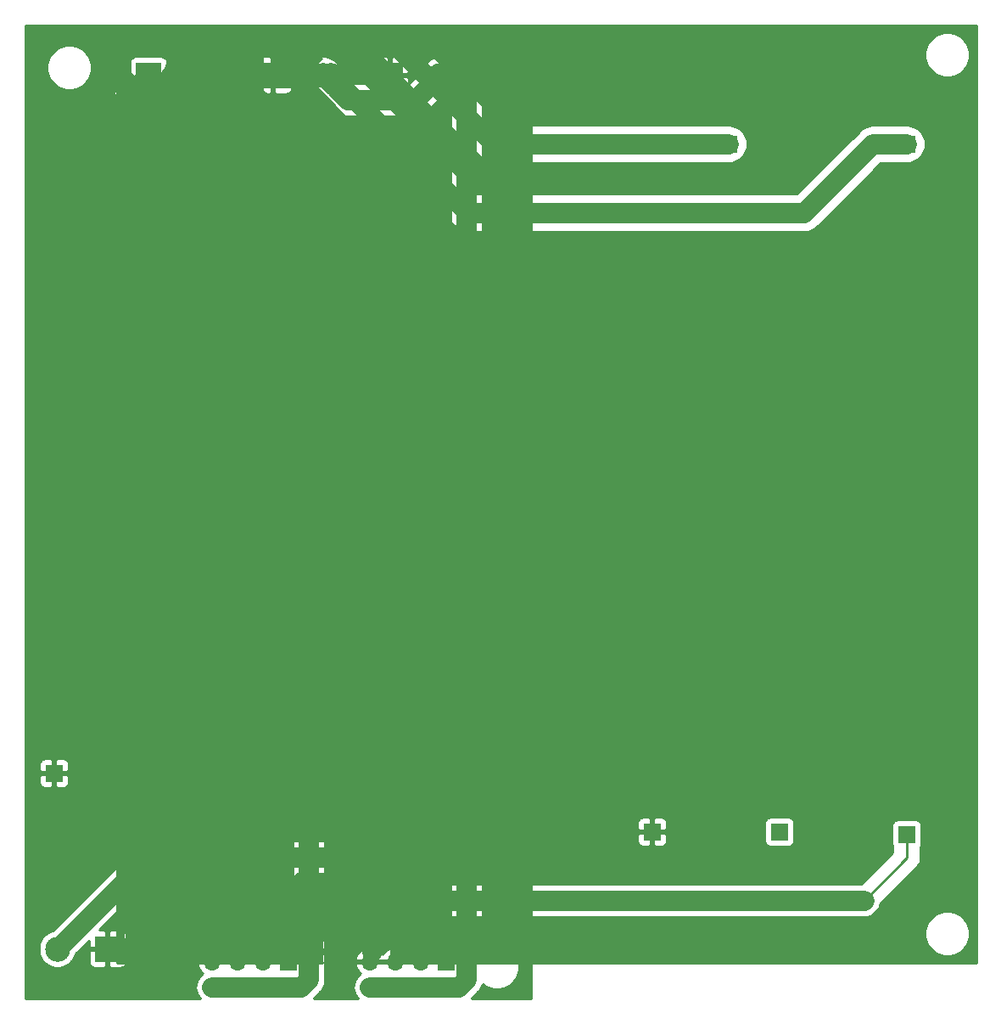
<source format=gbr>
<<<<<<< HEAD
G04 #@! TF.GenerationSoftware,KiCad,Pcbnew,(5.1.5)-3*
G04 #@! TF.CreationDate,2020-06-18T12:09:29-04:00*
=======
G04 #@! TF.GenerationSoftware,KiCad,Pcbnew,(5.1.4)-1*
G04 #@! TF.CreationDate,2019-12-12T14:56:49-05:00*
>>>>>>> c72b17a5d7b5ed9fcabc01d086026c6393906d9b
G04 #@! TF.ProjectId,psu_board,7073755f-626f-4617-9264-2e6b69636164,rev?*
G04 #@! TF.SameCoordinates,Original*
G04 #@! TF.FileFunction,Copper,L1,Top*
G04 #@! TF.FilePolarity,Positive*
%FSLAX46Y46*%
G04 Gerber Fmt 4.6, Leading zero omitted, Abs format (unit mm)*
<<<<<<< HEAD
G04 Created by KiCad (PCBNEW (5.1.5)-3) date 2020-06-18 12:09:29*
=======
G04 Created by KiCad (PCBNEW (5.1.4)-1) date 2019-12-12 14:56:49*
>>>>>>> c72b17a5d7b5ed9fcabc01d086026c6393906d9b
%MOMM*%
%LPD*%
G04 APERTURE LIST*
%ADD10C,2.500000*%
%ADD11R,2.500000X2.500000*%
%ADD12O,1.700000X1.700000*%
%ADD13R,1.700000X1.700000*%
<<<<<<< HEAD
%ADD14C,2.500000*%
%ADD15C,1.500000*%
%ADD16C,2.000000*%
%ADD17C,0.254000*%
G04 APERTURE END LIST*
D10*
X173816000Y-152146000D03*
D11*
X178816000Y-152146000D03*
D12*
X189230000Y-155956000D03*
X189230000Y-153416000D03*
D13*
X189230000Y-150876000D03*
X229870000Y-144018000D03*
D10*
X185086000Y-68580000D03*
D11*
X180086000Y-68580000D03*
D13*
X242570000Y-75438000D03*
X224790000Y-75438000D03*
X217170000Y-144018000D03*
X242570000Y-144272000D03*
D12*
X185674000Y-150876000D03*
X185674000Y-153416000D03*
D13*
X185674000Y-155956000D03*
D14*
X189230000Y-155956000D02*
X189230000Y-150876000D01*
D15*
X242570000Y-146622000D02*
X242570000Y-144272000D01*
X238316000Y-150876000D02*
X242570000Y-146622000D01*
D16*
X189230000Y-150876000D02*
X238316000Y-150876000D01*
X189230000Y-148026000D02*
X187762000Y-146558000D01*
X189230000Y-150876000D02*
X189230000Y-148026000D01*
X178816000Y-148896000D02*
X178816000Y-152146000D01*
X181154000Y-146558000D02*
X178816000Y-148896000D01*
X187762000Y-146558000D02*
X181154000Y-146558000D01*
D14*
X224790000Y-75438000D02*
X201422000Y-75438000D01*
X201422000Y-75438000D02*
X191008000Y-65024000D01*
X191008000Y-65024000D02*
X181356000Y-65024000D01*
X181356000Y-65024000D02*
X180086000Y-66294000D01*
X180086000Y-66294000D02*
X180086000Y-68580000D01*
X185086000Y-68580000D02*
X198802000Y-82296000D01*
X239220000Y-75438000D02*
X242570000Y-75438000D01*
X232362000Y-82296000D02*
X239220000Y-75438000D01*
X198802000Y-82296000D02*
X232362000Y-82296000D01*
D17*
G36*
X180016655Y-63684655D02*
G01*
X179957630Y-63756577D01*
X178818582Y-64895626D01*
X178746655Y-64954655D01*
X178511097Y-65241683D01*
X178336061Y-65569153D01*
X178283225Y-65743331D01*
X178236891Y-65896075D01*
X178228275Y-65924477D01*
X178201000Y-66201404D01*
X178201000Y-66201411D01*
X178191881Y-66294000D01*
X178201000Y-66386590D01*
X178201000Y-67298804D01*
X178197928Y-67330000D01*
X178197928Y-69830000D01*
X178210188Y-69954482D01*
X178246498Y-70074180D01*
X178305463Y-70184494D01*
X178384815Y-70281185D01*
X178481506Y-70360537D01*
X178591820Y-70419502D01*
X178711518Y-70455812D01*
X178836000Y-70468072D01*
X180024594Y-70468072D01*
X180086000Y-70474120D01*
X180147406Y-70468072D01*
X181336000Y-70468072D01*
X181460482Y-70455812D01*
X181580180Y-70419502D01*
X181690494Y-70360537D01*
X181787185Y-70281185D01*
X181866537Y-70184494D01*
X181925502Y-70074180D01*
X181961812Y-69954482D01*
X181974072Y-69830000D01*
X181974072Y-67330000D01*
X181971000Y-67298808D01*
X181971000Y-67074792D01*
X182136793Y-66909000D01*
X184194407Y-66909000D01*
X184193118Y-66909534D01*
X184115731Y-66961242D01*
X184033683Y-67005098D01*
X183961766Y-67064119D01*
X183884382Y-67115825D01*
X183818575Y-67181632D01*
X183746655Y-67240655D01*
X183687632Y-67312575D01*
X183621825Y-67378382D01*
X183570119Y-67455766D01*
X183511098Y-67527683D01*
X183467242Y-67609731D01*
X183415534Y-67687118D01*
X183379917Y-67773105D01*
X183336062Y-67855152D01*
X183309055Y-67944180D01*
X183273439Y-68030166D01*
X183255283Y-68121443D01*
X183228275Y-68210476D01*
X183219156Y-68303069D01*
X183201000Y-68394344D01*
X183201000Y-68487411D01*
X183191881Y-68580000D01*
X183201000Y-68672589D01*
X183201000Y-68765656D01*
X183219156Y-68856931D01*
X183228275Y-68949524D01*
X183255283Y-69038557D01*
X183273439Y-69129834D01*
X183309055Y-69215820D01*
X183336062Y-69304848D01*
X183379917Y-69386895D01*
X183415534Y-69472882D01*
X183467242Y-69550269D01*
X183511098Y-69632317D01*
X183570119Y-69704234D01*
X183621825Y-69781618D01*
X183884382Y-70044175D01*
X183884385Y-70044177D01*
X197403630Y-83563423D01*
X197462655Y-83635345D01*
X197534577Y-83694370D01*
X197534579Y-83694372D01*
X197688049Y-83820321D01*
X197749683Y-83870903D01*
X198077152Y-84045939D01*
X198432476Y-84153725D01*
X198709403Y-84181000D01*
X198709412Y-84181000D01*
X198801999Y-84190119D01*
X198894586Y-84181000D01*
X232269411Y-84181000D01*
X232362000Y-84190119D01*
X232454589Y-84181000D01*
X232454597Y-84181000D01*
X232731524Y-84153725D01*
X233086848Y-84045939D01*
X233414317Y-83870903D01*
X233701345Y-83635345D01*
X233760374Y-83563418D01*
X240000793Y-77323000D01*
X242662597Y-77323000D01*
X242939524Y-77295725D01*
X243294848Y-77187939D01*
X243622317Y-77012903D01*
X243909345Y-76777345D01*
X244144903Y-76490317D01*
X244319939Y-76162848D01*
X244427725Y-75807524D01*
X244464120Y-75438000D01*
X244427725Y-75068476D01*
X244319939Y-74713152D01*
X244144903Y-74385683D01*
X243909345Y-74098655D01*
X243622317Y-73863097D01*
X243294848Y-73688061D01*
X242939524Y-73580275D01*
X242662597Y-73553000D01*
X239312597Y-73553000D01*
X239220000Y-73543880D01*
X239127403Y-73553000D01*
X238850476Y-73580275D01*
X238495152Y-73688061D01*
X238167683Y-73863097D01*
X237952579Y-74039628D01*
X237952577Y-74039630D01*
X237880655Y-74098655D01*
X237821630Y-74170577D01*
X231581208Y-80411000D01*
X199582793Y-80411000D01*
X186550177Y-67378385D01*
X186550175Y-67378382D01*
X186287618Y-67115825D01*
X186210234Y-67064119D01*
X186138317Y-67005098D01*
X186056269Y-66961242D01*
X185978882Y-66909534D01*
X185977593Y-66909000D01*
X190227208Y-66909000D01*
X200023628Y-76705421D01*
X200082655Y-76777345D01*
X200154577Y-76836370D01*
X200154579Y-76836372D01*
X200248940Y-76913812D01*
X200369683Y-77012903D01*
X200697152Y-77187939D01*
X200944689Y-77263028D01*
X201052475Y-77295725D01*
X201087732Y-77299197D01*
X201329403Y-77323000D01*
X201329410Y-77323000D01*
X201421999Y-77332119D01*
X201514588Y-77323000D01*
X224882597Y-77323000D01*
X225159524Y-77295725D01*
X225514848Y-77187939D01*
X225842317Y-77012903D01*
X226129345Y-76777345D01*
X226364903Y-76490317D01*
X226539939Y-76162848D01*
X226647725Y-75807524D01*
X226684120Y-75438000D01*
X226647725Y-75068476D01*
X226539939Y-74713152D01*
X226364903Y-74385683D01*
X226129345Y-74098655D01*
X225842317Y-73863097D01*
X225514848Y-73688061D01*
X225159524Y-73580275D01*
X224882597Y-73553000D01*
X202202793Y-73553000D01*
X194977665Y-66327872D01*
X244399000Y-66327872D01*
X244399000Y-66768128D01*
X244484890Y-67199925D01*
X244653369Y-67606669D01*
X244897962Y-67972729D01*
X245209271Y-68284038D01*
X245575331Y-68528631D01*
X245982075Y-68697110D01*
X246413872Y-68783000D01*
X246854128Y-68783000D01*
X247285925Y-68697110D01*
X247692669Y-68528631D01*
X248058729Y-68284038D01*
X248370038Y-67972729D01*
X248614631Y-67606669D01*
X248783110Y-67199925D01*
X248869000Y-66768128D01*
X248869000Y-66327872D01*
X248783110Y-65896075D01*
X248614631Y-65489331D01*
X248370038Y-65123271D01*
X248058729Y-64811962D01*
X247692669Y-64567369D01*
X247285925Y-64398890D01*
X246854128Y-64313000D01*
X246413872Y-64313000D01*
X245982075Y-64398890D01*
X245575331Y-64567369D01*
X245209271Y-64811962D01*
X244897962Y-65123271D01*
X244653369Y-65489331D01*
X244484890Y-65896075D01*
X244399000Y-66327872D01*
X194977665Y-66327872D01*
X192406374Y-63756582D01*
X192347345Y-63684655D01*
X192307555Y-63652000D01*
X249530001Y-63652000D01*
X249530000Y-67088418D01*
X249530001Y-67088428D01*
X249530000Y-157074000D01*
X190750998Y-157074000D01*
X190804903Y-157008317D01*
X190979939Y-156680848D01*
X191087725Y-156325524D01*
X191115000Y-156048597D01*
X191115000Y-153957872D01*
X244399000Y-153957872D01*
X244399000Y-154398128D01*
X244484890Y-154829925D01*
X244653369Y-155236669D01*
X244897962Y-155602729D01*
X245209271Y-155914038D01*
X245575331Y-156158631D01*
X245982075Y-156327110D01*
X246413872Y-156413000D01*
X246854128Y-156413000D01*
X247285925Y-156327110D01*
X247692669Y-156158631D01*
X248058729Y-155914038D01*
X248370038Y-155602729D01*
X248614631Y-155236669D01*
X248783110Y-154829925D01*
X248869000Y-154398128D01*
X248869000Y-153957872D01*
X248783110Y-153526075D01*
X248614631Y-153119331D01*
X248370038Y-152753271D01*
X248058729Y-152441962D01*
X247692669Y-152197369D01*
X247285925Y-152028890D01*
X246854128Y-151943000D01*
X246413872Y-151943000D01*
X245982075Y-152028890D01*
X245575331Y-152197369D01*
X245209271Y-152441962D01*
X244897962Y-152753271D01*
X244653369Y-153119331D01*
X244484890Y-153526075D01*
X244399000Y-153957872D01*
X191115000Y-153957872D01*
X191115000Y-152511000D01*
X238396322Y-152511000D01*
X238636516Y-152487343D01*
X238944715Y-152393852D01*
X239228752Y-152242031D01*
X239477714Y-152037714D01*
X239682031Y-151788752D01*
X239833852Y-151504715D01*
X239915662Y-151235023D01*
X243501235Y-147649450D01*
X243554080Y-147606081D01*
X243727157Y-147395188D01*
X243855764Y-147154581D01*
X243934960Y-146893507D01*
X243955000Y-146690037D01*
X243955000Y-146690028D01*
X243961700Y-146622001D01*
X243955000Y-146553974D01*
X243955000Y-145468144D01*
X244009502Y-145366180D01*
X244045812Y-145246482D01*
X244058072Y-145122000D01*
X244058072Y-143422000D01*
X244045812Y-143297518D01*
X244009502Y-143177820D01*
X243950537Y-143067506D01*
X243871185Y-142970815D01*
X243774494Y-142891463D01*
X243664180Y-142832498D01*
X243544482Y-142796188D01*
X243420000Y-142783928D01*
X241720000Y-142783928D01*
X241595518Y-142796188D01*
X241475820Y-142832498D01*
X241365506Y-142891463D01*
X241268815Y-142970815D01*
X241189463Y-143067506D01*
X241130498Y-143177820D01*
X241094188Y-143297518D01*
X241081928Y-143422000D01*
X241081928Y-145122000D01*
X241094188Y-145246482D01*
X241130498Y-145366180D01*
X241185000Y-145468145D01*
X241185000Y-146048315D01*
X237992315Y-149241000D01*
X190865000Y-149241000D01*
X190865000Y-148106330D01*
X190872912Y-148026000D01*
X190841343Y-147705483D01*
X190747852Y-147397285D01*
X190687651Y-147284657D01*
X190596031Y-147113248D01*
X190391714Y-146864286D01*
X190329324Y-146813084D01*
X188974924Y-145458686D01*
X188923714Y-145396286D01*
X188674752Y-145191969D01*
X188390715Y-145040148D01*
X188082516Y-144946657D01*
X187842322Y-144923000D01*
X187842319Y-144923000D01*
X187762000Y-144915089D01*
X187681681Y-144923000D01*
X181234319Y-144923000D01*
X181153999Y-144915089D01*
X181073680Y-144923000D01*
X181073678Y-144923000D01*
X180833484Y-144946657D01*
X180525285Y-145040148D01*
X180241248Y-145191969D01*
X179992286Y-145396286D01*
X179941080Y-145458682D01*
X177716687Y-147683075D01*
X177654286Y-147734286D01*
X177449969Y-147983249D01*
X177298148Y-148267286D01*
X177204657Y-148575485D01*
X177196854Y-148654715D01*
X177173089Y-148896000D01*
X177181000Y-148976320D01*
X177181000Y-150390498D01*
X177114815Y-150444815D01*
X177035463Y-150541506D01*
X176976498Y-150651820D01*
X176940188Y-150771518D01*
X176927928Y-150896000D01*
X176927928Y-153396000D01*
X176940188Y-153520482D01*
X176976498Y-153640180D01*
X177035463Y-153750494D01*
X177114815Y-153847185D01*
X177211506Y-153926537D01*
X177321820Y-153985502D01*
X177441518Y-154021812D01*
X177566000Y-154034072D01*
X180066000Y-154034072D01*
X180190482Y-154021812D01*
X180310180Y-153985502D01*
X180420494Y-153926537D01*
X180517185Y-153847185D01*
X180596537Y-153750494D01*
X180655502Y-153640180D01*
X180691812Y-153520482D01*
X180704072Y-153396000D01*
X180704072Y-151232890D01*
X184232524Y-151232890D01*
X184277175Y-151380099D01*
X184402359Y-151642920D01*
X184576412Y-151876269D01*
X184792645Y-152071178D01*
X184918255Y-152146000D01*
X184792645Y-152220822D01*
X184576412Y-152415731D01*
X184402359Y-152649080D01*
X184277175Y-152911901D01*
X184232524Y-153059110D01*
X184353845Y-153289000D01*
X185547000Y-153289000D01*
X185547000Y-151003000D01*
X185801000Y-151003000D01*
X185801000Y-153289000D01*
X186994155Y-153289000D01*
X187115476Y-153059110D01*
X187070825Y-152911901D01*
X186945641Y-152649080D01*
X186771588Y-152415731D01*
X186555355Y-152220822D01*
X186429745Y-152146000D01*
X186555355Y-152071178D01*
X186771588Y-151876269D01*
X186945641Y-151642920D01*
X187070825Y-151380099D01*
X187115476Y-151232890D01*
X186994155Y-151003000D01*
X185801000Y-151003000D01*
X185547000Y-151003000D01*
X184353845Y-151003000D01*
X184232524Y-151232890D01*
X180704072Y-151232890D01*
X180704072Y-150896000D01*
X180691812Y-150771518D01*
X180655502Y-150651820D01*
X180596537Y-150541506D01*
X180578158Y-150519110D01*
X184232524Y-150519110D01*
X184353845Y-150749000D01*
X185547000Y-150749000D01*
X185547000Y-149555186D01*
X185801000Y-149555186D01*
X185801000Y-150749000D01*
X186994155Y-150749000D01*
X187115476Y-150519110D01*
X187070825Y-150371901D01*
X186945641Y-150109080D01*
X186771588Y-149875731D01*
X186555355Y-149680822D01*
X186305252Y-149531843D01*
X186030891Y-149434519D01*
X185801000Y-149555186D01*
X185547000Y-149555186D01*
X185317109Y-149434519D01*
X185042748Y-149531843D01*
X184792645Y-149680822D01*
X184576412Y-149875731D01*
X184402359Y-150109080D01*
X184277175Y-150371901D01*
X184232524Y-150519110D01*
X180578158Y-150519110D01*
X180517185Y-150444815D01*
X180451000Y-150390499D01*
X180451000Y-149573238D01*
X181831239Y-148193000D01*
X187084761Y-148193000D01*
X187595001Y-148703240D01*
X187595000Y-149936118D01*
X187480062Y-150151152D01*
X187372276Y-150506476D01*
X187345001Y-150783403D01*
X187345000Y-156048596D01*
X187372275Y-156325523D01*
X187480061Y-156680847D01*
X187655097Y-157008317D01*
X187709002Y-157074000D01*
X187100770Y-157074000D01*
X187113502Y-157050180D01*
X187149812Y-156930482D01*
X187162072Y-156806000D01*
X187159000Y-156241750D01*
X187000250Y-156083000D01*
X185801000Y-156083000D01*
X185801000Y-156103000D01*
X185547000Y-156103000D01*
X185547000Y-156083000D01*
X184347750Y-156083000D01*
X184189000Y-156241750D01*
X184185928Y-156806000D01*
X184198188Y-156930482D01*
X184234498Y-157050180D01*
X184247230Y-157074000D01*
X163728000Y-157074000D01*
X163728000Y-153957872D01*
X164389000Y-153957872D01*
X164389000Y-154398128D01*
X164474890Y-154829925D01*
X164643369Y-155236669D01*
X164887962Y-155602729D01*
X165199271Y-155914038D01*
X165565331Y-156158631D01*
X165972075Y-156327110D01*
X166403872Y-156413000D01*
X166844128Y-156413000D01*
X167275925Y-156327110D01*
X167682669Y-156158631D01*
X168048729Y-155914038D01*
X168360038Y-155602729D01*
X168604631Y-155236669D01*
X168658755Y-155106000D01*
X184185928Y-155106000D01*
X184189000Y-155670250D01*
X184347750Y-155829000D01*
X185547000Y-155829000D01*
X185547000Y-153543000D01*
X185801000Y-153543000D01*
X185801000Y-155829000D01*
X187000250Y-155829000D01*
X187159000Y-155670250D01*
X187162072Y-155106000D01*
X187149812Y-154981518D01*
X187113502Y-154861820D01*
X187054537Y-154751506D01*
X186975185Y-154654815D01*
X186878494Y-154575463D01*
X186768180Y-154516498D01*
X186687534Y-154492034D01*
X186771588Y-154416269D01*
X186945641Y-154182920D01*
X187070825Y-153920099D01*
X187115476Y-153772890D01*
X186994155Y-153543000D01*
X185801000Y-153543000D01*
X185547000Y-153543000D01*
X184353845Y-153543000D01*
X184232524Y-153772890D01*
X184277175Y-153920099D01*
X184402359Y-154182920D01*
X184576412Y-154416269D01*
X184660466Y-154492034D01*
X184579820Y-154516498D01*
X184469506Y-154575463D01*
X184372815Y-154654815D01*
X184293463Y-154751506D01*
X184234498Y-154861820D01*
X184198188Y-154981518D01*
X184185928Y-155106000D01*
X168658755Y-155106000D01*
X168773110Y-154829925D01*
X168859000Y-154398128D01*
X168859000Y-153957872D01*
X168773110Y-153526075D01*
X168745578Y-153459605D01*
X172682000Y-153459605D01*
X172807914Y-153749577D01*
X173140126Y-153915433D01*
X173498312Y-154013290D01*
X173868706Y-154039389D01*
X174237075Y-153992725D01*
X174589262Y-153875094D01*
X174824086Y-153749577D01*
X174950000Y-153459605D01*
X173816000Y-152325605D01*
X172682000Y-153459605D01*
X168745578Y-153459605D01*
X168604631Y-153119331D01*
X168360038Y-152753271D01*
X168048729Y-152441962D01*
X167684670Y-152198706D01*
X171922611Y-152198706D01*
X171969275Y-152567075D01*
X172086906Y-152919262D01*
X172212423Y-153154086D01*
X172502395Y-153280000D01*
X173636395Y-152146000D01*
X173995605Y-152146000D01*
X175129605Y-153280000D01*
X175419577Y-153154086D01*
X175585433Y-152821874D01*
X175683290Y-152463688D01*
X175709389Y-152093294D01*
X175662725Y-151724925D01*
X175545094Y-151372738D01*
X175419577Y-151137914D01*
X175129605Y-151012000D01*
X173995605Y-152146000D01*
X173636395Y-152146000D01*
X172502395Y-151012000D01*
X172212423Y-151137914D01*
X172046567Y-151470126D01*
X171948710Y-151828312D01*
X171922611Y-152198706D01*
X167684670Y-152198706D01*
X167682669Y-152197369D01*
X167275925Y-152028890D01*
X166844128Y-151943000D01*
X166403872Y-151943000D01*
X165972075Y-152028890D01*
X165565331Y-152197369D01*
X165199271Y-152441962D01*
X164887962Y-152753271D01*
X164643369Y-153119331D01*
X164474890Y-153526075D01*
X164389000Y-153957872D01*
X163728000Y-153957872D01*
X163728000Y-150832395D01*
X172682000Y-150832395D01*
X173816000Y-151966395D01*
X174950000Y-150832395D01*
X174824086Y-150542423D01*
X174491874Y-150376567D01*
X174133688Y-150278710D01*
X173763294Y-150252611D01*
X173394925Y-150299275D01*
X173042738Y-150416906D01*
X172807914Y-150542423D01*
X172682000Y-150832395D01*
X163728000Y-150832395D01*
X163728000Y-144868000D01*
X215681928Y-144868000D01*
X215694188Y-144992482D01*
X215730498Y-145112180D01*
X215789463Y-145222494D01*
X215868815Y-145319185D01*
X215965506Y-145398537D01*
X216075820Y-145457502D01*
X216195518Y-145493812D01*
X216320000Y-145506072D01*
X216884250Y-145503000D01*
X217043000Y-145344250D01*
X217043000Y-144145000D01*
X217297000Y-144145000D01*
X217297000Y-145344250D01*
X217455750Y-145503000D01*
X218020000Y-145506072D01*
X218144482Y-145493812D01*
X218264180Y-145457502D01*
X218374494Y-145398537D01*
X218471185Y-145319185D01*
X218550537Y-145222494D01*
X218609502Y-145112180D01*
X218645812Y-144992482D01*
X218658072Y-144868000D01*
X218655000Y-144303750D01*
X218496250Y-144145000D01*
X217297000Y-144145000D01*
X217043000Y-144145000D01*
X215843750Y-144145000D01*
X215685000Y-144303750D01*
X215681928Y-144868000D01*
X163728000Y-144868000D01*
X163728000Y-143168000D01*
X215681928Y-143168000D01*
X215685000Y-143732250D01*
X215843750Y-143891000D01*
X217043000Y-143891000D01*
X217043000Y-142691750D01*
X217297000Y-142691750D01*
X217297000Y-143891000D01*
X218496250Y-143891000D01*
X218655000Y-143732250D01*
X218658072Y-143168000D01*
X228381928Y-143168000D01*
X228381928Y-144868000D01*
X228394188Y-144992482D01*
X228430498Y-145112180D01*
X228489463Y-145222494D01*
X228568815Y-145319185D01*
X228665506Y-145398537D01*
X228775820Y-145457502D01*
X228895518Y-145493812D01*
X229020000Y-145506072D01*
X230720000Y-145506072D01*
X230844482Y-145493812D01*
X230964180Y-145457502D01*
X231074494Y-145398537D01*
X231171185Y-145319185D01*
X231250537Y-145222494D01*
X231309502Y-145112180D01*
X231345812Y-144992482D01*
X231358072Y-144868000D01*
X231358072Y-143168000D01*
X231345812Y-143043518D01*
X231309502Y-142923820D01*
X231250537Y-142813506D01*
X231171185Y-142716815D01*
X231074494Y-142637463D01*
X230964180Y-142578498D01*
X230844482Y-142542188D01*
X230720000Y-142529928D01*
X229020000Y-142529928D01*
X228895518Y-142542188D01*
X228775820Y-142578498D01*
X228665506Y-142637463D01*
X228568815Y-142716815D01*
X228489463Y-142813506D01*
X228430498Y-142923820D01*
X228394188Y-143043518D01*
X228381928Y-143168000D01*
X218658072Y-143168000D01*
X218645812Y-143043518D01*
X218609502Y-142923820D01*
X218550537Y-142813506D01*
X218471185Y-142716815D01*
X218374494Y-142637463D01*
X218264180Y-142578498D01*
X218144482Y-142542188D01*
X218020000Y-142529928D01*
X217455750Y-142533000D01*
X217297000Y-142691750D01*
X217043000Y-142691750D01*
X216884250Y-142533000D01*
X216320000Y-142529928D01*
X216195518Y-142542188D01*
X216075820Y-142578498D01*
X215965506Y-142637463D01*
X215868815Y-142716815D01*
X215789463Y-142813506D01*
X215730498Y-142923820D01*
X215694188Y-143043518D01*
X215681928Y-143168000D01*
X163728000Y-143168000D01*
X163728000Y-66581872D01*
X164389000Y-66581872D01*
X164389000Y-67022128D01*
X164474890Y-67453925D01*
X164643369Y-67860669D01*
X164887962Y-68226729D01*
X165199271Y-68538038D01*
X165565331Y-68782631D01*
X165972075Y-68951110D01*
X166403872Y-69037000D01*
X166844128Y-69037000D01*
X167275925Y-68951110D01*
X167682669Y-68782631D01*
X168048729Y-68538038D01*
X168360038Y-68226729D01*
X168604631Y-67860669D01*
X168773110Y-67453925D01*
X168859000Y-67022128D01*
X168859000Y-66581872D01*
X168773110Y-66150075D01*
X168604631Y-65743331D01*
X168360038Y-65377271D01*
X168048729Y-65065962D01*
X167682669Y-64821369D01*
X167275925Y-64652890D01*
X166844128Y-64567000D01*
X166403872Y-64567000D01*
X165972075Y-64652890D01*
X165565331Y-64821369D01*
X165199271Y-65065962D01*
X164887962Y-65377271D01*
X164643369Y-65743331D01*
X164474890Y-66150075D01*
X164389000Y-66581872D01*
X163728000Y-66581872D01*
X163728000Y-63652000D01*
X180056445Y-63652000D01*
X180016655Y-63684655D01*
G37*
X180016655Y-63684655D02*
X179957630Y-63756577D01*
X178818582Y-64895626D01*
X178746655Y-64954655D01*
X178511097Y-65241683D01*
X178336061Y-65569153D01*
X178283225Y-65743331D01*
X178236891Y-65896075D01*
X178228275Y-65924477D01*
X178201000Y-66201404D01*
X178201000Y-66201411D01*
X178191881Y-66294000D01*
X178201000Y-66386590D01*
X178201000Y-67298804D01*
X178197928Y-67330000D01*
X178197928Y-69830000D01*
X178210188Y-69954482D01*
X178246498Y-70074180D01*
X178305463Y-70184494D01*
X178384815Y-70281185D01*
X178481506Y-70360537D01*
X178591820Y-70419502D01*
X178711518Y-70455812D01*
X178836000Y-70468072D01*
X180024594Y-70468072D01*
X180086000Y-70474120D01*
X180147406Y-70468072D01*
X181336000Y-70468072D01*
X181460482Y-70455812D01*
X181580180Y-70419502D01*
X181690494Y-70360537D01*
X181787185Y-70281185D01*
X181866537Y-70184494D01*
X181925502Y-70074180D01*
X181961812Y-69954482D01*
X181974072Y-69830000D01*
X181974072Y-67330000D01*
X181971000Y-67298808D01*
X181971000Y-67074792D01*
X182136793Y-66909000D01*
X184194407Y-66909000D01*
X184193118Y-66909534D01*
X184115731Y-66961242D01*
X184033683Y-67005098D01*
X183961766Y-67064119D01*
X183884382Y-67115825D01*
X183818575Y-67181632D01*
X183746655Y-67240655D01*
X183687632Y-67312575D01*
X183621825Y-67378382D01*
X183570119Y-67455766D01*
X183511098Y-67527683D01*
X183467242Y-67609731D01*
X183415534Y-67687118D01*
X183379917Y-67773105D01*
X183336062Y-67855152D01*
X183309055Y-67944180D01*
X183273439Y-68030166D01*
X183255283Y-68121443D01*
X183228275Y-68210476D01*
X183219156Y-68303069D01*
X183201000Y-68394344D01*
X183201000Y-68487411D01*
X183191881Y-68580000D01*
X183201000Y-68672589D01*
X183201000Y-68765656D01*
X183219156Y-68856931D01*
X183228275Y-68949524D01*
X183255283Y-69038557D01*
X183273439Y-69129834D01*
X183309055Y-69215820D01*
X183336062Y-69304848D01*
X183379917Y-69386895D01*
X183415534Y-69472882D01*
X183467242Y-69550269D01*
X183511098Y-69632317D01*
X183570119Y-69704234D01*
X183621825Y-69781618D01*
X183884382Y-70044175D01*
X183884385Y-70044177D01*
X197403630Y-83563423D01*
X197462655Y-83635345D01*
X197534577Y-83694370D01*
X197534579Y-83694372D01*
X197688049Y-83820321D01*
X197749683Y-83870903D01*
X198077152Y-84045939D01*
X198432476Y-84153725D01*
X198709403Y-84181000D01*
X198709412Y-84181000D01*
X198801999Y-84190119D01*
X198894586Y-84181000D01*
X232269411Y-84181000D01*
X232362000Y-84190119D01*
X232454589Y-84181000D01*
X232454597Y-84181000D01*
X232731524Y-84153725D01*
X233086848Y-84045939D01*
X233414317Y-83870903D01*
X233701345Y-83635345D01*
X233760374Y-83563418D01*
X240000793Y-77323000D01*
X242662597Y-77323000D01*
X242939524Y-77295725D01*
X243294848Y-77187939D01*
X243622317Y-77012903D01*
X243909345Y-76777345D01*
X244144903Y-76490317D01*
X244319939Y-76162848D01*
X244427725Y-75807524D01*
X244464120Y-75438000D01*
X244427725Y-75068476D01*
X244319939Y-74713152D01*
X244144903Y-74385683D01*
X243909345Y-74098655D01*
X243622317Y-73863097D01*
X243294848Y-73688061D01*
X242939524Y-73580275D01*
X242662597Y-73553000D01*
X239312597Y-73553000D01*
X239220000Y-73543880D01*
X239127403Y-73553000D01*
X238850476Y-73580275D01*
X238495152Y-73688061D01*
X238167683Y-73863097D01*
X237952579Y-74039628D01*
X237952577Y-74039630D01*
X237880655Y-74098655D01*
X237821630Y-74170577D01*
X231581208Y-80411000D01*
X199582793Y-80411000D01*
X186550177Y-67378385D01*
X186550175Y-67378382D01*
X186287618Y-67115825D01*
X186210234Y-67064119D01*
X186138317Y-67005098D01*
X186056269Y-66961242D01*
X185978882Y-66909534D01*
X185977593Y-66909000D01*
X190227208Y-66909000D01*
X200023628Y-76705421D01*
X200082655Y-76777345D01*
X200154577Y-76836370D01*
X200154579Y-76836372D01*
X200248940Y-76913812D01*
X200369683Y-77012903D01*
X200697152Y-77187939D01*
X200944689Y-77263028D01*
X201052475Y-77295725D01*
X201087732Y-77299197D01*
X201329403Y-77323000D01*
X201329410Y-77323000D01*
X201421999Y-77332119D01*
X201514588Y-77323000D01*
X224882597Y-77323000D01*
X225159524Y-77295725D01*
X225514848Y-77187939D01*
X225842317Y-77012903D01*
X226129345Y-76777345D01*
X226364903Y-76490317D01*
X226539939Y-76162848D01*
X226647725Y-75807524D01*
X226684120Y-75438000D01*
X226647725Y-75068476D01*
X226539939Y-74713152D01*
X226364903Y-74385683D01*
X226129345Y-74098655D01*
X225842317Y-73863097D01*
X225514848Y-73688061D01*
X225159524Y-73580275D01*
X224882597Y-73553000D01*
X202202793Y-73553000D01*
X194977665Y-66327872D01*
X244399000Y-66327872D01*
X244399000Y-66768128D01*
X244484890Y-67199925D01*
X244653369Y-67606669D01*
X244897962Y-67972729D01*
X245209271Y-68284038D01*
X245575331Y-68528631D01*
X245982075Y-68697110D01*
X246413872Y-68783000D01*
X246854128Y-68783000D01*
X247285925Y-68697110D01*
X247692669Y-68528631D01*
X248058729Y-68284038D01*
X248370038Y-67972729D01*
X248614631Y-67606669D01*
X248783110Y-67199925D01*
X248869000Y-66768128D01*
X248869000Y-66327872D01*
X248783110Y-65896075D01*
X248614631Y-65489331D01*
X248370038Y-65123271D01*
X248058729Y-64811962D01*
X247692669Y-64567369D01*
X247285925Y-64398890D01*
X246854128Y-64313000D01*
X246413872Y-64313000D01*
X245982075Y-64398890D01*
X245575331Y-64567369D01*
X245209271Y-64811962D01*
X244897962Y-65123271D01*
X244653369Y-65489331D01*
X244484890Y-65896075D01*
X244399000Y-66327872D01*
X194977665Y-66327872D01*
X192406374Y-63756582D01*
X192347345Y-63684655D01*
X192307555Y-63652000D01*
X249530001Y-63652000D01*
X249530000Y-67088418D01*
X249530001Y-67088428D01*
X249530000Y-157074000D01*
X190750998Y-157074000D01*
X190804903Y-157008317D01*
X190979939Y-156680848D01*
X191087725Y-156325524D01*
X191115000Y-156048597D01*
X191115000Y-153957872D01*
X244399000Y-153957872D01*
X244399000Y-154398128D01*
X244484890Y-154829925D01*
X244653369Y-155236669D01*
X244897962Y-155602729D01*
X245209271Y-155914038D01*
X245575331Y-156158631D01*
X245982075Y-156327110D01*
X246413872Y-156413000D01*
X246854128Y-156413000D01*
X247285925Y-156327110D01*
X247692669Y-156158631D01*
X248058729Y-155914038D01*
X248370038Y-155602729D01*
X248614631Y-155236669D01*
X248783110Y-154829925D01*
X248869000Y-154398128D01*
X248869000Y-153957872D01*
X248783110Y-153526075D01*
X248614631Y-153119331D01*
X248370038Y-152753271D01*
X248058729Y-152441962D01*
X247692669Y-152197369D01*
X247285925Y-152028890D01*
X246854128Y-151943000D01*
X246413872Y-151943000D01*
X245982075Y-152028890D01*
X245575331Y-152197369D01*
X245209271Y-152441962D01*
X244897962Y-152753271D01*
X244653369Y-153119331D01*
X244484890Y-153526075D01*
X244399000Y-153957872D01*
X191115000Y-153957872D01*
X191115000Y-152511000D01*
X238396322Y-152511000D01*
X238636516Y-152487343D01*
X238944715Y-152393852D01*
X239228752Y-152242031D01*
X239477714Y-152037714D01*
X239682031Y-151788752D01*
X239833852Y-151504715D01*
X239915662Y-151235023D01*
X243501235Y-147649450D01*
X243554080Y-147606081D01*
X243727157Y-147395188D01*
X243855764Y-147154581D01*
X243934960Y-146893507D01*
X243955000Y-146690037D01*
X243955000Y-146690028D01*
X243961700Y-146622001D01*
X243955000Y-146553974D01*
X243955000Y-145468144D01*
X244009502Y-145366180D01*
X244045812Y-145246482D01*
X244058072Y-145122000D01*
X244058072Y-143422000D01*
X244045812Y-143297518D01*
X244009502Y-143177820D01*
X243950537Y-143067506D01*
X243871185Y-142970815D01*
X243774494Y-142891463D01*
X243664180Y-142832498D01*
X243544482Y-142796188D01*
X243420000Y-142783928D01*
X241720000Y-142783928D01*
X241595518Y-142796188D01*
X241475820Y-142832498D01*
X241365506Y-142891463D01*
X241268815Y-142970815D01*
X241189463Y-143067506D01*
X241130498Y-143177820D01*
X241094188Y-143297518D01*
X241081928Y-143422000D01*
X241081928Y-145122000D01*
X241094188Y-145246482D01*
X241130498Y-145366180D01*
X241185000Y-145468145D01*
X241185000Y-146048315D01*
X237992315Y-149241000D01*
X190865000Y-149241000D01*
X190865000Y-148106330D01*
X190872912Y-148026000D01*
X190841343Y-147705483D01*
X190747852Y-147397285D01*
X190687651Y-147284657D01*
X190596031Y-147113248D01*
X190391714Y-146864286D01*
X190329324Y-146813084D01*
X188974924Y-145458686D01*
X188923714Y-145396286D01*
X188674752Y-145191969D01*
X188390715Y-145040148D01*
X188082516Y-144946657D01*
X187842322Y-144923000D01*
X187842319Y-144923000D01*
X187762000Y-144915089D01*
X187681681Y-144923000D01*
X181234319Y-144923000D01*
X181153999Y-144915089D01*
X181073680Y-144923000D01*
X181073678Y-144923000D01*
X180833484Y-144946657D01*
X180525285Y-145040148D01*
X180241248Y-145191969D01*
X179992286Y-145396286D01*
X179941080Y-145458682D01*
X177716687Y-147683075D01*
X177654286Y-147734286D01*
X177449969Y-147983249D01*
X177298148Y-148267286D01*
X177204657Y-148575485D01*
X177196854Y-148654715D01*
X177173089Y-148896000D01*
X177181000Y-148976320D01*
X177181000Y-150390498D01*
X177114815Y-150444815D01*
X177035463Y-150541506D01*
X176976498Y-150651820D01*
X176940188Y-150771518D01*
X176927928Y-150896000D01*
X176927928Y-153396000D01*
X176940188Y-153520482D01*
X176976498Y-153640180D01*
X177035463Y-153750494D01*
X177114815Y-153847185D01*
X177211506Y-153926537D01*
X177321820Y-153985502D01*
X177441518Y-154021812D01*
X177566000Y-154034072D01*
X180066000Y-154034072D01*
X180190482Y-154021812D01*
X180310180Y-153985502D01*
X180420494Y-153926537D01*
X180517185Y-153847185D01*
X180596537Y-153750494D01*
X180655502Y-153640180D01*
X180691812Y-153520482D01*
X180704072Y-153396000D01*
X180704072Y-151232890D01*
X184232524Y-151232890D01*
X184277175Y-151380099D01*
X184402359Y-151642920D01*
X184576412Y-151876269D01*
X184792645Y-152071178D01*
X184918255Y-152146000D01*
X184792645Y-152220822D01*
X184576412Y-152415731D01*
X184402359Y-152649080D01*
X184277175Y-152911901D01*
X184232524Y-153059110D01*
X184353845Y-153289000D01*
X185547000Y-153289000D01*
X185547000Y-151003000D01*
X185801000Y-151003000D01*
X185801000Y-153289000D01*
X186994155Y-153289000D01*
X187115476Y-153059110D01*
X187070825Y-152911901D01*
X186945641Y-152649080D01*
X186771588Y-152415731D01*
X186555355Y-152220822D01*
X186429745Y-152146000D01*
X186555355Y-152071178D01*
X186771588Y-151876269D01*
X186945641Y-151642920D01*
X187070825Y-151380099D01*
X187115476Y-151232890D01*
X186994155Y-151003000D01*
X185801000Y-151003000D01*
X185547000Y-151003000D01*
X184353845Y-151003000D01*
X184232524Y-151232890D01*
X180704072Y-151232890D01*
X180704072Y-150896000D01*
X180691812Y-150771518D01*
X180655502Y-150651820D01*
X180596537Y-150541506D01*
X180578158Y-150519110D01*
X184232524Y-150519110D01*
X184353845Y-150749000D01*
X185547000Y-150749000D01*
X185547000Y-149555186D01*
X185801000Y-149555186D01*
X185801000Y-150749000D01*
X186994155Y-150749000D01*
X187115476Y-150519110D01*
X187070825Y-150371901D01*
X186945641Y-150109080D01*
X186771588Y-149875731D01*
X186555355Y-149680822D01*
X186305252Y-149531843D01*
X186030891Y-149434519D01*
X185801000Y-149555186D01*
X185547000Y-149555186D01*
X185317109Y-149434519D01*
X185042748Y-149531843D01*
X184792645Y-149680822D01*
X184576412Y-149875731D01*
X184402359Y-150109080D01*
X184277175Y-150371901D01*
X184232524Y-150519110D01*
X180578158Y-150519110D01*
X180517185Y-150444815D01*
X180451000Y-150390499D01*
X180451000Y-149573238D01*
X181831239Y-148193000D01*
X187084761Y-148193000D01*
X187595001Y-148703240D01*
X187595000Y-149936118D01*
X187480062Y-150151152D01*
X187372276Y-150506476D01*
X187345001Y-150783403D01*
X187345000Y-156048596D01*
X187372275Y-156325523D01*
X187480061Y-156680847D01*
X187655097Y-157008317D01*
X187709002Y-157074000D01*
X187100770Y-157074000D01*
X187113502Y-157050180D01*
X187149812Y-156930482D01*
X187162072Y-156806000D01*
X187159000Y-156241750D01*
X187000250Y-156083000D01*
X185801000Y-156083000D01*
X185801000Y-156103000D01*
X185547000Y-156103000D01*
X185547000Y-156083000D01*
X184347750Y-156083000D01*
X184189000Y-156241750D01*
X184185928Y-156806000D01*
X184198188Y-156930482D01*
X184234498Y-157050180D01*
X184247230Y-157074000D01*
X163728000Y-157074000D01*
X163728000Y-153957872D01*
X164389000Y-153957872D01*
X164389000Y-154398128D01*
X164474890Y-154829925D01*
X164643369Y-155236669D01*
X164887962Y-155602729D01*
X165199271Y-155914038D01*
X165565331Y-156158631D01*
X165972075Y-156327110D01*
X166403872Y-156413000D01*
X166844128Y-156413000D01*
X167275925Y-156327110D01*
X167682669Y-156158631D01*
X168048729Y-155914038D01*
X168360038Y-155602729D01*
X168604631Y-155236669D01*
X168658755Y-155106000D01*
X184185928Y-155106000D01*
X184189000Y-155670250D01*
X184347750Y-155829000D01*
X185547000Y-155829000D01*
X185547000Y-153543000D01*
X185801000Y-153543000D01*
X185801000Y-155829000D01*
X187000250Y-155829000D01*
X187159000Y-155670250D01*
X187162072Y-155106000D01*
X187149812Y-154981518D01*
X187113502Y-154861820D01*
X187054537Y-154751506D01*
X186975185Y-154654815D01*
X186878494Y-154575463D01*
X186768180Y-154516498D01*
X186687534Y-154492034D01*
X186771588Y-154416269D01*
X186945641Y-154182920D01*
X187070825Y-153920099D01*
X187115476Y-153772890D01*
X186994155Y-153543000D01*
X185801000Y-153543000D01*
X185547000Y-153543000D01*
X184353845Y-153543000D01*
X184232524Y-153772890D01*
X184277175Y-153920099D01*
X184402359Y-154182920D01*
X184576412Y-154416269D01*
X184660466Y-154492034D01*
X184579820Y-154516498D01*
X184469506Y-154575463D01*
X184372815Y-154654815D01*
X184293463Y-154751506D01*
X184234498Y-154861820D01*
X184198188Y-154981518D01*
X184185928Y-155106000D01*
X168658755Y-155106000D01*
X168773110Y-154829925D01*
X168859000Y-154398128D01*
X168859000Y-153957872D01*
X168773110Y-153526075D01*
X168745578Y-153459605D01*
X172682000Y-153459605D01*
X172807914Y-153749577D01*
X173140126Y-153915433D01*
X173498312Y-154013290D01*
X173868706Y-154039389D01*
X174237075Y-153992725D01*
X174589262Y-153875094D01*
X174824086Y-153749577D01*
X174950000Y-153459605D01*
X173816000Y-152325605D01*
X172682000Y-153459605D01*
X168745578Y-153459605D01*
X168604631Y-153119331D01*
X168360038Y-152753271D01*
X168048729Y-152441962D01*
X167684670Y-152198706D01*
X171922611Y-152198706D01*
X171969275Y-152567075D01*
X172086906Y-152919262D01*
X172212423Y-153154086D01*
X172502395Y-153280000D01*
X173636395Y-152146000D01*
X173995605Y-152146000D01*
X175129605Y-153280000D01*
X175419577Y-153154086D01*
X175585433Y-152821874D01*
X175683290Y-152463688D01*
X175709389Y-152093294D01*
X175662725Y-151724925D01*
X175545094Y-151372738D01*
X175419577Y-151137914D01*
X175129605Y-151012000D01*
X173995605Y-152146000D01*
X173636395Y-152146000D01*
X172502395Y-151012000D01*
X172212423Y-151137914D01*
X172046567Y-151470126D01*
X171948710Y-151828312D01*
X171922611Y-152198706D01*
X167684670Y-152198706D01*
X167682669Y-152197369D01*
X167275925Y-152028890D01*
X166844128Y-151943000D01*
X166403872Y-151943000D01*
X165972075Y-152028890D01*
X165565331Y-152197369D01*
X165199271Y-152441962D01*
X164887962Y-152753271D01*
X164643369Y-153119331D01*
X164474890Y-153526075D01*
X164389000Y-153957872D01*
X163728000Y-153957872D01*
X163728000Y-150832395D01*
X172682000Y-150832395D01*
X173816000Y-151966395D01*
X174950000Y-150832395D01*
X174824086Y-150542423D01*
X174491874Y-150376567D01*
X174133688Y-150278710D01*
X173763294Y-150252611D01*
X173394925Y-150299275D01*
X173042738Y-150416906D01*
X172807914Y-150542423D01*
X172682000Y-150832395D01*
X163728000Y-150832395D01*
X163728000Y-144868000D01*
X215681928Y-144868000D01*
X215694188Y-144992482D01*
X215730498Y-145112180D01*
X215789463Y-145222494D01*
X215868815Y-145319185D01*
X215965506Y-145398537D01*
X216075820Y-145457502D01*
X216195518Y-145493812D01*
X216320000Y-145506072D01*
X216884250Y-145503000D01*
X217043000Y-145344250D01*
X217043000Y-144145000D01*
X217297000Y-144145000D01*
X217297000Y-145344250D01*
X217455750Y-145503000D01*
X218020000Y-145506072D01*
X218144482Y-145493812D01*
X218264180Y-145457502D01*
X218374494Y-145398537D01*
X218471185Y-145319185D01*
X218550537Y-145222494D01*
X218609502Y-145112180D01*
X218645812Y-144992482D01*
X218658072Y-144868000D01*
X218655000Y-144303750D01*
X218496250Y-144145000D01*
X217297000Y-144145000D01*
X217043000Y-144145000D01*
X215843750Y-144145000D01*
X215685000Y-144303750D01*
X215681928Y-144868000D01*
X163728000Y-144868000D01*
X163728000Y-143168000D01*
X215681928Y-143168000D01*
X215685000Y-143732250D01*
X215843750Y-143891000D01*
X217043000Y-143891000D01*
X217043000Y-142691750D01*
X217297000Y-142691750D01*
X217297000Y-143891000D01*
X218496250Y-143891000D01*
X218655000Y-143732250D01*
X218658072Y-143168000D01*
X228381928Y-143168000D01*
X228381928Y-144868000D01*
X228394188Y-144992482D01*
X228430498Y-145112180D01*
X228489463Y-145222494D01*
X228568815Y-145319185D01*
X228665506Y-145398537D01*
X228775820Y-145457502D01*
X228895518Y-145493812D01*
X229020000Y-145506072D01*
X230720000Y-145506072D01*
X230844482Y-145493812D01*
X230964180Y-145457502D01*
X231074494Y-145398537D01*
X231171185Y-145319185D01*
X231250537Y-145222494D01*
X231309502Y-145112180D01*
X231345812Y-144992482D01*
X231358072Y-144868000D01*
X231358072Y-143168000D01*
X231345812Y-143043518D01*
X231309502Y-142923820D01*
X231250537Y-142813506D01*
X231171185Y-142716815D01*
X231074494Y-142637463D01*
X230964180Y-142578498D01*
X230844482Y-142542188D01*
X230720000Y-142529928D01*
X229020000Y-142529928D01*
X228895518Y-142542188D01*
X228775820Y-142578498D01*
X228665506Y-142637463D01*
X228568815Y-142716815D01*
X228489463Y-142813506D01*
X228430498Y-142923820D01*
X228394188Y-143043518D01*
X228381928Y-143168000D01*
X218658072Y-143168000D01*
X218645812Y-143043518D01*
X218609502Y-142923820D01*
X218550537Y-142813506D01*
X218471185Y-142716815D01*
X218374494Y-142637463D01*
X218264180Y-142578498D01*
X218144482Y-142542188D01*
X218020000Y-142529928D01*
X217455750Y-142533000D01*
X217297000Y-142691750D01*
X217043000Y-142691750D01*
X216884250Y-142533000D01*
X216320000Y-142529928D01*
X216195518Y-142542188D01*
X216075820Y-142578498D01*
X215965506Y-142637463D01*
X215868815Y-142716815D01*
X215789463Y-142813506D01*
X215730498Y-142923820D01*
X215694188Y-143043518D01*
X215681928Y-143168000D01*
X163728000Y-143168000D01*
X163728000Y-66581872D01*
X164389000Y-66581872D01*
X164389000Y-67022128D01*
X164474890Y-67453925D01*
X164643369Y-67860669D01*
X164887962Y-68226729D01*
X165199271Y-68538038D01*
X165565331Y-68782631D01*
X165972075Y-68951110D01*
X166403872Y-69037000D01*
X166844128Y-69037000D01*
X167275925Y-68951110D01*
X167682669Y-68782631D01*
X168048729Y-68538038D01*
X168360038Y-68226729D01*
X168604631Y-67860669D01*
X168773110Y-67453925D01*
X168859000Y-67022128D01*
X168859000Y-66581872D01*
X168773110Y-66150075D01*
X168604631Y-65743331D01*
X168360038Y-65377271D01*
X168048729Y-65065962D01*
X167682669Y-64821369D01*
X167275925Y-64652890D01*
X166844128Y-64567000D01*
X166403872Y-64567000D01*
X165972075Y-64652890D01*
X165565331Y-64821369D01*
X165199271Y-65065962D01*
X164887962Y-65377271D01*
X164643369Y-65743331D01*
X164474890Y-66150075D01*
X164389000Y-66581872D01*
X163728000Y-66581872D01*
X163728000Y-63652000D01*
X180056445Y-63652000D01*
X180016655Y-63684655D01*
=======
%ADD14C,2.000000*%
%ADD15C,0.254000*%
G04 APERTURE END LIST*
D10*
X196008000Y-68580000D03*
D11*
X191008000Y-68580000D03*
D12*
X188976000Y-159512000D03*
X188976000Y-156972000D03*
X191516000Y-159512000D03*
X191516000Y-156972000D03*
X194056000Y-159512000D03*
X194056000Y-156972000D03*
X196596000Y-159512000D03*
D13*
X196596000Y-156972000D03*
D12*
X173228000Y-159512000D03*
X173228000Y-156972000D03*
X175768000Y-159512000D03*
X175768000Y-156972000D03*
X178308000Y-159512000D03*
X178308000Y-156972000D03*
X180848000Y-159512000D03*
D13*
X180848000Y-156972000D03*
D10*
X184324000Y-68580000D03*
D11*
X179324000Y-68580000D03*
D10*
X157814000Y-155702000D03*
D11*
X162814000Y-155702000D03*
D13*
X170180000Y-138176000D03*
D10*
X171878000Y-68580000D03*
D11*
X166878000Y-68580000D03*
D13*
X182880000Y-92456000D03*
X165100000Y-92456000D03*
X157480000Y-138176000D03*
X182880000Y-138176000D03*
D14*
X188976000Y-159512000D02*
X196596000Y-159512000D01*
X197257999Y-69829999D02*
X196008000Y-68580000D01*
X198646001Y-71218001D02*
X197257999Y-69829999D01*
X198646001Y-158782001D02*
X198646001Y-71218001D01*
X197916002Y-159512000D02*
X198646001Y-158782001D01*
X196596000Y-159512000D02*
X197916002Y-159512000D01*
X185573999Y-69829999D02*
X184324000Y-68580000D01*
X186774001Y-71030001D02*
X185573999Y-69829999D01*
X193557999Y-71030001D02*
X186774001Y-71030001D01*
X196008000Y-68580000D02*
X193557999Y-71030001D01*
X175340000Y-138176000D02*
X182880000Y-138176000D01*
X157814000Y-155702000D02*
X175340000Y-138176000D01*
X182880000Y-141026000D02*
X182880000Y-138176000D01*
X182898001Y-141044001D02*
X182880000Y-141026000D01*
X182898001Y-158782001D02*
X182898001Y-141044001D01*
X182168002Y-159512000D02*
X182898001Y-158782001D01*
X173228000Y-159512000D02*
X182168002Y-159512000D01*
X165100000Y-70358000D02*
X166878000Y-68580000D01*
X165100000Y-92456000D02*
X165100000Y-70358000D01*
X182880000Y-79582000D02*
X171878000Y-68580000D01*
X182880000Y-92456000D02*
X182880000Y-79582000D01*
D15*
G36*
X205080001Y-160630000D02*
G01*
X199113591Y-160630000D01*
X199128927Y-160611313D01*
X199745315Y-159994925D01*
X199807715Y-159943715D01*
X200012032Y-159694753D01*
X200163853Y-159410716D01*
X200229509Y-159194276D01*
X200251271Y-159216038D01*
X200617331Y-159460631D01*
X201024075Y-159629110D01*
X201455872Y-159715000D01*
X201896128Y-159715000D01*
X202327925Y-159629110D01*
X202734669Y-159460631D01*
X203100729Y-159216038D01*
X203412038Y-158904729D01*
X203656631Y-158538669D01*
X203825110Y-158131925D01*
X203911000Y-157700128D01*
X203911000Y-157259872D01*
X203825110Y-156828075D01*
X203656631Y-156421331D01*
X203412038Y-156055271D01*
X203100729Y-155743962D01*
X202734669Y-155499369D01*
X202327925Y-155330890D01*
X201896128Y-155245000D01*
X201455872Y-155245000D01*
X201024075Y-155330890D01*
X200617331Y-155499369D01*
X200281001Y-155724097D01*
X200281001Y-71298320D01*
X200288912Y-71218000D01*
X200281001Y-71137679D01*
X200257344Y-70897485D01*
X200163853Y-70589286D01*
X200012032Y-70305249D01*
X199807715Y-70056287D01*
X199745319Y-70005080D01*
X198470924Y-68730686D01*
X198470915Y-68730675D01*
X197833015Y-68092776D01*
X197820561Y-68030166D01*
X197678466Y-67687118D01*
X197618834Y-67597872D01*
X199441000Y-67597872D01*
X199441000Y-68038128D01*
X199526890Y-68469925D01*
X199695369Y-68876669D01*
X199939962Y-69242729D01*
X200251271Y-69554038D01*
X200617331Y-69798631D01*
X201024075Y-69967110D01*
X201455872Y-70053000D01*
X201896128Y-70053000D01*
X202327925Y-69967110D01*
X202734669Y-69798631D01*
X203100729Y-69554038D01*
X203412038Y-69242729D01*
X203656631Y-68876669D01*
X203825110Y-68469925D01*
X203911000Y-68038128D01*
X203911000Y-67597872D01*
X203825110Y-67166075D01*
X203656631Y-66759331D01*
X203412038Y-66393271D01*
X203100729Y-66081962D01*
X202734669Y-65837369D01*
X202327925Y-65668890D01*
X201896128Y-65583000D01*
X201455872Y-65583000D01*
X201024075Y-65668890D01*
X200617331Y-65837369D01*
X200251271Y-66081962D01*
X199939962Y-66393271D01*
X199695369Y-66759331D01*
X199526890Y-67166075D01*
X199441000Y-67597872D01*
X197618834Y-67597872D01*
X197472175Y-67378382D01*
X197209618Y-67115825D01*
X196900882Y-66909534D01*
X196557834Y-66767439D01*
X196193656Y-66695000D01*
X195822344Y-66695000D01*
X195458166Y-66767439D01*
X195115118Y-66909534D01*
X194806382Y-67115825D01*
X194543825Y-67378382D01*
X194337534Y-67687118D01*
X194195439Y-68030166D01*
X194182985Y-68092775D01*
X192894642Y-69381120D01*
X192893000Y-68865750D01*
X192734250Y-68707000D01*
X191135000Y-68707000D01*
X191135000Y-68727000D01*
X190881000Y-68727000D01*
X190881000Y-68707000D01*
X189281750Y-68707000D01*
X189123000Y-68865750D01*
X189121314Y-69395001D01*
X187451240Y-69395001D01*
X186786924Y-68730686D01*
X186786915Y-68730675D01*
X186149015Y-68092776D01*
X186136561Y-68030166D01*
X185994466Y-67687118D01*
X185788175Y-67378382D01*
X185739793Y-67330000D01*
X189119928Y-67330000D01*
X189123000Y-68294250D01*
X189281750Y-68453000D01*
X190881000Y-68453000D01*
X190881000Y-66853750D01*
X191135000Y-66853750D01*
X191135000Y-68453000D01*
X192734250Y-68453000D01*
X192893000Y-68294250D01*
X192896072Y-67330000D01*
X192883812Y-67205518D01*
X192847502Y-67085820D01*
X192788537Y-66975506D01*
X192709185Y-66878815D01*
X192612494Y-66799463D01*
X192502180Y-66740498D01*
X192382482Y-66704188D01*
X192258000Y-66691928D01*
X191293750Y-66695000D01*
X191135000Y-66853750D01*
X190881000Y-66853750D01*
X190722250Y-66695000D01*
X189758000Y-66691928D01*
X189633518Y-66704188D01*
X189513820Y-66740498D01*
X189403506Y-66799463D01*
X189306815Y-66878815D01*
X189227463Y-66975506D01*
X189168498Y-67085820D01*
X189132188Y-67205518D01*
X189119928Y-67330000D01*
X185739793Y-67330000D01*
X185525618Y-67115825D01*
X185216882Y-66909534D01*
X184873834Y-66767439D01*
X184509656Y-66695000D01*
X184138344Y-66695000D01*
X183774166Y-66767439D01*
X183431118Y-66909534D01*
X183122382Y-67115825D01*
X182859825Y-67378382D01*
X182653534Y-67687118D01*
X182511439Y-68030166D01*
X182439000Y-68394344D01*
X182439000Y-68765656D01*
X182511439Y-69129834D01*
X182653534Y-69472882D01*
X182859825Y-69781618D01*
X183122382Y-70044175D01*
X183431118Y-70250466D01*
X183774166Y-70392561D01*
X183836776Y-70405015D01*
X184474675Y-71042915D01*
X184474686Y-71042924D01*
X185561080Y-72129319D01*
X185612287Y-72191715D01*
X185861249Y-72396032D01*
X186145286Y-72547853D01*
X186453485Y-72641344D01*
X186693679Y-72665001D01*
X186693681Y-72665001D01*
X186774000Y-72672912D01*
X186854320Y-72665001D01*
X193477680Y-72665001D01*
X193557999Y-72672912D01*
X193638318Y-72665001D01*
X193638321Y-72665001D01*
X193878515Y-72641344D01*
X194186714Y-72547853D01*
X194470751Y-72396032D01*
X194719713Y-72191715D01*
X194770923Y-72129315D01*
X196008000Y-70892239D01*
X196158675Y-71042915D01*
X196158686Y-71042924D01*
X197011002Y-71895241D01*
X197011001Y-155486296D01*
X196881750Y-155487000D01*
X196723000Y-155645750D01*
X196723000Y-156845000D01*
X196743000Y-156845000D01*
X196743000Y-157099000D01*
X196723000Y-157099000D01*
X196723000Y-157119000D01*
X196469000Y-157119000D01*
X196469000Y-157099000D01*
X194183000Y-157099000D01*
X194183000Y-157119000D01*
X193929000Y-157119000D01*
X193929000Y-157099000D01*
X191643000Y-157099000D01*
X191643000Y-157119000D01*
X191389000Y-157119000D01*
X191389000Y-157099000D01*
X189103000Y-157099000D01*
X189103000Y-157119000D01*
X188849000Y-157119000D01*
X188849000Y-157099000D01*
X187655186Y-157099000D01*
X187534519Y-157328891D01*
X187631843Y-157603252D01*
X187780822Y-157853355D01*
X187975731Y-158069588D01*
X188071919Y-158141334D01*
X188063248Y-158145969D01*
X187814286Y-158350286D01*
X187609969Y-158599248D01*
X187458148Y-158883285D01*
X187364657Y-159191484D01*
X187333089Y-159512000D01*
X187364657Y-159832516D01*
X187458148Y-160140715D01*
X187609969Y-160424752D01*
X187778411Y-160630000D01*
X183365591Y-160630000D01*
X183380927Y-160611313D01*
X183997315Y-159994925D01*
X184059715Y-159943715D01*
X184264032Y-159694753D01*
X184415853Y-159410716D01*
X184509344Y-159102517D01*
X184533001Y-158862323D01*
X184533001Y-158862321D01*
X184540912Y-158782002D01*
X184533001Y-158701682D01*
X184533001Y-156615109D01*
X187534519Y-156615109D01*
X187655186Y-156845000D01*
X188849000Y-156845000D01*
X188849000Y-155651845D01*
X189103000Y-155651845D01*
X189103000Y-156845000D01*
X191389000Y-156845000D01*
X191389000Y-155651845D01*
X191643000Y-155651845D01*
X191643000Y-156845000D01*
X193929000Y-156845000D01*
X193929000Y-155651845D01*
X194183000Y-155651845D01*
X194183000Y-156845000D01*
X196469000Y-156845000D01*
X196469000Y-155645750D01*
X196310250Y-155487000D01*
X195746000Y-155483928D01*
X195621518Y-155496188D01*
X195501820Y-155532498D01*
X195391506Y-155591463D01*
X195294815Y-155670815D01*
X195215463Y-155767506D01*
X195156498Y-155877820D01*
X195132034Y-155958466D01*
X195056269Y-155874412D01*
X194822920Y-155700359D01*
X194560099Y-155575175D01*
X194412890Y-155530524D01*
X194183000Y-155651845D01*
X193929000Y-155651845D01*
X193699110Y-155530524D01*
X193551901Y-155575175D01*
X193289080Y-155700359D01*
X193055731Y-155874412D01*
X192860822Y-156090645D01*
X192786000Y-156216255D01*
X192711178Y-156090645D01*
X192516269Y-155874412D01*
X192282920Y-155700359D01*
X192020099Y-155575175D01*
X191872890Y-155530524D01*
X191643000Y-155651845D01*
X191389000Y-155651845D01*
X191159110Y-155530524D01*
X191011901Y-155575175D01*
X190749080Y-155700359D01*
X190515731Y-155874412D01*
X190320822Y-156090645D01*
X190246000Y-156216255D01*
X190171178Y-156090645D01*
X189976269Y-155874412D01*
X189742920Y-155700359D01*
X189480099Y-155575175D01*
X189332890Y-155530524D01*
X189103000Y-155651845D01*
X188849000Y-155651845D01*
X188619110Y-155530524D01*
X188471901Y-155575175D01*
X188209080Y-155700359D01*
X187975731Y-155874412D01*
X187780822Y-156090645D01*
X187631843Y-156340748D01*
X187534519Y-156615109D01*
X184533001Y-156615109D01*
X184533001Y-141124320D01*
X184540912Y-141044000D01*
X184533001Y-140963679D01*
X184515000Y-140780911D01*
X184515000Y-138256322D01*
X184522911Y-138176000D01*
X184491343Y-137855484D01*
X184397852Y-137547285D01*
X184368072Y-137491571D01*
X184368072Y-137326000D01*
X184355812Y-137201518D01*
X184319502Y-137081820D01*
X184260537Y-136971506D01*
X184181185Y-136874815D01*
X184084494Y-136795463D01*
X183974180Y-136736498D01*
X183854482Y-136700188D01*
X183730000Y-136687928D01*
X183564429Y-136687928D01*
X183508715Y-136658148D01*
X183200516Y-136564657D01*
X182960322Y-136541000D01*
X182880000Y-136533089D01*
X182799678Y-136541000D01*
X175420319Y-136541000D01*
X175340000Y-136533089D01*
X175259680Y-136541000D01*
X175259678Y-136541000D01*
X175019484Y-136564657D01*
X174711285Y-136658148D01*
X174427248Y-136809969D01*
X174178286Y-137014286D01*
X174127080Y-137076681D01*
X157326777Y-153876985D01*
X157264166Y-153889439D01*
X156921118Y-154031534D01*
X156612382Y-154237825D01*
X156349825Y-154500382D01*
X156143534Y-154809118D01*
X156001439Y-155152166D01*
X155929000Y-155516344D01*
X155929000Y-155887656D01*
X156001439Y-156251834D01*
X156143534Y-156594882D01*
X156349825Y-156903618D01*
X156612382Y-157166175D01*
X156921118Y-157372466D01*
X157264166Y-157514561D01*
X157628344Y-157587000D01*
X157999656Y-157587000D01*
X158363834Y-157514561D01*
X158706882Y-157372466D01*
X159015618Y-157166175D01*
X159229793Y-156952000D01*
X160925928Y-156952000D01*
X160938188Y-157076482D01*
X160974498Y-157196180D01*
X161033463Y-157306494D01*
X161112815Y-157403185D01*
X161209506Y-157482537D01*
X161319820Y-157541502D01*
X161439518Y-157577812D01*
X161564000Y-157590072D01*
X162528250Y-157587000D01*
X162687000Y-157428250D01*
X162687000Y-155829000D01*
X162941000Y-155829000D01*
X162941000Y-157428250D01*
X163099750Y-157587000D01*
X164064000Y-157590072D01*
X164188482Y-157577812D01*
X164308180Y-157541502D01*
X164418494Y-157482537D01*
X164515185Y-157403185D01*
X164594537Y-157306494D01*
X164653502Y-157196180D01*
X164689812Y-157076482D01*
X164702072Y-156952000D01*
X164700999Y-156615109D01*
X171786519Y-156615109D01*
X171907186Y-156845000D01*
X173101000Y-156845000D01*
X173101000Y-155651845D01*
X173355000Y-155651845D01*
X173355000Y-156845000D01*
X175641000Y-156845000D01*
X175641000Y-155651845D01*
X175895000Y-155651845D01*
X175895000Y-156845000D01*
X178181000Y-156845000D01*
X178181000Y-155651845D01*
X178435000Y-155651845D01*
X178435000Y-156845000D01*
X180721000Y-156845000D01*
X180721000Y-155645750D01*
X180562250Y-155487000D01*
X179998000Y-155483928D01*
X179873518Y-155496188D01*
X179753820Y-155532498D01*
X179643506Y-155591463D01*
X179546815Y-155670815D01*
X179467463Y-155767506D01*
X179408498Y-155877820D01*
X179384034Y-155958466D01*
X179308269Y-155874412D01*
X179074920Y-155700359D01*
X178812099Y-155575175D01*
X178664890Y-155530524D01*
X178435000Y-155651845D01*
X178181000Y-155651845D01*
X177951110Y-155530524D01*
X177803901Y-155575175D01*
X177541080Y-155700359D01*
X177307731Y-155874412D01*
X177112822Y-156090645D01*
X177038000Y-156216255D01*
X176963178Y-156090645D01*
X176768269Y-155874412D01*
X176534920Y-155700359D01*
X176272099Y-155575175D01*
X176124890Y-155530524D01*
X175895000Y-155651845D01*
X175641000Y-155651845D01*
X175411110Y-155530524D01*
X175263901Y-155575175D01*
X175001080Y-155700359D01*
X174767731Y-155874412D01*
X174572822Y-156090645D01*
X174498000Y-156216255D01*
X174423178Y-156090645D01*
X174228269Y-155874412D01*
X173994920Y-155700359D01*
X173732099Y-155575175D01*
X173584890Y-155530524D01*
X173355000Y-155651845D01*
X173101000Y-155651845D01*
X172871110Y-155530524D01*
X172723901Y-155575175D01*
X172461080Y-155700359D01*
X172227731Y-155874412D01*
X172032822Y-156090645D01*
X171883843Y-156340748D01*
X171786519Y-156615109D01*
X164700999Y-156615109D01*
X164699000Y-155987750D01*
X164540250Y-155829000D01*
X162941000Y-155829000D01*
X162687000Y-155829000D01*
X161087750Y-155829000D01*
X160929000Y-155987750D01*
X160925928Y-156952000D01*
X159229793Y-156952000D01*
X159278175Y-156903618D01*
X159484466Y-156594882D01*
X159626561Y-156251834D01*
X159639015Y-156189223D01*
X160927358Y-154900880D01*
X160929000Y-155416250D01*
X161087750Y-155575000D01*
X162687000Y-155575000D01*
X162687000Y-153975750D01*
X162941000Y-153975750D01*
X162941000Y-155575000D01*
X164540250Y-155575000D01*
X164699000Y-155416250D01*
X164702072Y-154452000D01*
X164689812Y-154327518D01*
X164653502Y-154207820D01*
X164594537Y-154097506D01*
X164515185Y-154000815D01*
X164418494Y-153921463D01*
X164308180Y-153862498D01*
X164188482Y-153826188D01*
X164064000Y-153813928D01*
X163099750Y-153817000D01*
X162941000Y-153975750D01*
X162687000Y-153975750D01*
X162528250Y-153817000D01*
X162012880Y-153815358D01*
X176017239Y-139811000D01*
X181245000Y-139811000D01*
X181245000Y-140945680D01*
X181237089Y-141026000D01*
X181245000Y-141106319D01*
X181245000Y-141106321D01*
X181263002Y-141289099D01*
X181263001Y-155486296D01*
X181133750Y-155487000D01*
X180975000Y-155645750D01*
X180975000Y-156845000D01*
X180995000Y-156845000D01*
X180995000Y-157099000D01*
X180975000Y-157099000D01*
X180975000Y-157119000D01*
X180721000Y-157119000D01*
X180721000Y-157099000D01*
X178435000Y-157099000D01*
X178435000Y-157119000D01*
X178181000Y-157119000D01*
X178181000Y-157099000D01*
X175895000Y-157099000D01*
X175895000Y-157119000D01*
X175641000Y-157119000D01*
X175641000Y-157099000D01*
X173355000Y-157099000D01*
X173355000Y-157119000D01*
X173101000Y-157119000D01*
X173101000Y-157099000D01*
X171907186Y-157099000D01*
X171786519Y-157328891D01*
X171883843Y-157603252D01*
X172032822Y-157853355D01*
X172227731Y-158069588D01*
X172323919Y-158141334D01*
X172315248Y-158145969D01*
X172066286Y-158350286D01*
X171861969Y-158599248D01*
X171710148Y-158883285D01*
X171616657Y-159191484D01*
X171585089Y-159512000D01*
X171616657Y-159832516D01*
X171710148Y-160140715D01*
X171861969Y-160424752D01*
X172030411Y-160630000D01*
X154584000Y-160630000D01*
X154584000Y-139026000D01*
X155991928Y-139026000D01*
X156004188Y-139150482D01*
X156040498Y-139270180D01*
X156099463Y-139380494D01*
X156178815Y-139477185D01*
X156275506Y-139556537D01*
X156385820Y-139615502D01*
X156505518Y-139651812D01*
X156630000Y-139664072D01*
X157194250Y-139661000D01*
X157353000Y-139502250D01*
X157353000Y-138303000D01*
X157607000Y-138303000D01*
X157607000Y-139502250D01*
X157765750Y-139661000D01*
X158330000Y-139664072D01*
X158454482Y-139651812D01*
X158574180Y-139615502D01*
X158684494Y-139556537D01*
X158781185Y-139477185D01*
X158860537Y-139380494D01*
X158919502Y-139270180D01*
X158955812Y-139150482D01*
X158968072Y-139026000D01*
X158965000Y-138461750D01*
X158806250Y-138303000D01*
X157607000Y-138303000D01*
X157353000Y-138303000D01*
X156153750Y-138303000D01*
X155995000Y-138461750D01*
X155991928Y-139026000D01*
X154584000Y-139026000D01*
X154584000Y-137326000D01*
X155991928Y-137326000D01*
X155995000Y-137890250D01*
X156153750Y-138049000D01*
X157353000Y-138049000D01*
X157353000Y-136849750D01*
X157607000Y-136849750D01*
X157607000Y-138049000D01*
X158806250Y-138049000D01*
X158965000Y-137890250D01*
X158968072Y-137326000D01*
X168691928Y-137326000D01*
X168691928Y-139026000D01*
X168704188Y-139150482D01*
X168740498Y-139270180D01*
X168799463Y-139380494D01*
X168878815Y-139477185D01*
X168975506Y-139556537D01*
X169085820Y-139615502D01*
X169205518Y-139651812D01*
X169330000Y-139664072D01*
X171030000Y-139664072D01*
X171154482Y-139651812D01*
X171274180Y-139615502D01*
X171384494Y-139556537D01*
X171481185Y-139477185D01*
X171560537Y-139380494D01*
X171619502Y-139270180D01*
X171655812Y-139150482D01*
X171668072Y-139026000D01*
X171668072Y-137326000D01*
X171655812Y-137201518D01*
X171619502Y-137081820D01*
X171560537Y-136971506D01*
X171481185Y-136874815D01*
X171384494Y-136795463D01*
X171274180Y-136736498D01*
X171154482Y-136700188D01*
X171030000Y-136687928D01*
X169330000Y-136687928D01*
X169205518Y-136700188D01*
X169085820Y-136736498D01*
X168975506Y-136795463D01*
X168878815Y-136874815D01*
X168799463Y-136971506D01*
X168740498Y-137081820D01*
X168704188Y-137201518D01*
X168691928Y-137326000D01*
X158968072Y-137326000D01*
X158955812Y-137201518D01*
X158919502Y-137081820D01*
X158860537Y-136971506D01*
X158781185Y-136874815D01*
X158684494Y-136795463D01*
X158574180Y-136736498D01*
X158454482Y-136700188D01*
X158330000Y-136687928D01*
X157765750Y-136691000D01*
X157607000Y-136849750D01*
X157353000Y-136849750D01*
X157194250Y-136691000D01*
X156630000Y-136687928D01*
X156505518Y-136700188D01*
X156385820Y-136736498D01*
X156275506Y-136795463D01*
X156178815Y-136874815D01*
X156099463Y-136971506D01*
X156040498Y-137081820D01*
X156004188Y-137201518D01*
X155991928Y-137326000D01*
X154584000Y-137326000D01*
X154584000Y-120175872D01*
X167945000Y-120175872D01*
X167945000Y-120616128D01*
X168030890Y-121047925D01*
X168199369Y-121454669D01*
X168443962Y-121820729D01*
X168755271Y-122132038D01*
X169121331Y-122376631D01*
X169528075Y-122545110D01*
X169959872Y-122631000D01*
X170400128Y-122631000D01*
X170831925Y-122545110D01*
X171238669Y-122376631D01*
X171604729Y-122132038D01*
X171916038Y-121820729D01*
X172160631Y-121454669D01*
X172329110Y-121047925D01*
X172415000Y-120616128D01*
X172415000Y-120175872D01*
X172329110Y-119744075D01*
X172160631Y-119337331D01*
X171916038Y-118971271D01*
X171604729Y-118659962D01*
X171238669Y-118415369D01*
X170831925Y-118246890D01*
X170400128Y-118161000D01*
X169959872Y-118161000D01*
X169528075Y-118246890D01*
X169121331Y-118415369D01*
X168755271Y-118659962D01*
X168443962Y-118971271D01*
X168199369Y-119337331D01*
X168030890Y-119744075D01*
X167945000Y-120175872D01*
X154584000Y-120175872D01*
X154584000Y-70358000D01*
X163457089Y-70358000D01*
X163465001Y-70438329D01*
X163465000Y-92536321D01*
X163488657Y-92776515D01*
X163582148Y-93084714D01*
X163611928Y-93140428D01*
X163611928Y-93306000D01*
X163624188Y-93430482D01*
X163660498Y-93550180D01*
X163719463Y-93660494D01*
X163798815Y-93757185D01*
X163895506Y-93836537D01*
X164005820Y-93895502D01*
X164125518Y-93931812D01*
X164250000Y-93944072D01*
X164415571Y-93944072D01*
X164471285Y-93973852D01*
X164779484Y-94067343D01*
X165100000Y-94098911D01*
X165420515Y-94067343D01*
X165728714Y-93973852D01*
X165784428Y-93944072D01*
X165950000Y-93944072D01*
X166074482Y-93931812D01*
X166194180Y-93895502D01*
X166304494Y-93836537D01*
X166401185Y-93757185D01*
X166480537Y-93660494D01*
X166539502Y-93550180D01*
X166575812Y-93430482D01*
X166588072Y-93306000D01*
X166588072Y-93140429D01*
X166617852Y-93084715D01*
X166711343Y-92776516D01*
X166735000Y-92536322D01*
X166735000Y-71035239D01*
X167302167Y-70468072D01*
X168128000Y-70468072D01*
X168252482Y-70455812D01*
X168372180Y-70419502D01*
X168482494Y-70360537D01*
X168579185Y-70281185D01*
X168658537Y-70184494D01*
X168717502Y-70074180D01*
X168753812Y-69954482D01*
X168766072Y-69830000D01*
X168766072Y-68394344D01*
X169993000Y-68394344D01*
X169993000Y-68765656D01*
X170065439Y-69129834D01*
X170207534Y-69472882D01*
X170413825Y-69781618D01*
X170676382Y-70044175D01*
X170985118Y-70250466D01*
X171328166Y-70392561D01*
X171390777Y-70405015D01*
X181245001Y-80259241D01*
X181245000Y-92536321D01*
X181268657Y-92776515D01*
X181362148Y-93084714D01*
X181391928Y-93140428D01*
X181391928Y-93306000D01*
X181404188Y-93430482D01*
X181440498Y-93550180D01*
X181499463Y-93660494D01*
X181578815Y-93757185D01*
X181675506Y-93836537D01*
X181785820Y-93895502D01*
X181905518Y-93931812D01*
X182030000Y-93944072D01*
X182195571Y-93944072D01*
X182251285Y-93973852D01*
X182559484Y-94067343D01*
X182880000Y-94098911D01*
X183200515Y-94067343D01*
X183508714Y-93973852D01*
X183564428Y-93944072D01*
X183730000Y-93944072D01*
X183854482Y-93931812D01*
X183974180Y-93895502D01*
X184084494Y-93836537D01*
X184181185Y-93757185D01*
X184260537Y-93660494D01*
X184319502Y-93550180D01*
X184355812Y-93430482D01*
X184368072Y-93306000D01*
X184368072Y-93140429D01*
X184397852Y-93084715D01*
X184491343Y-92776516D01*
X184515000Y-92536322D01*
X184515000Y-79662322D01*
X184522911Y-79582000D01*
X184491343Y-79261483D01*
X184397852Y-78953285D01*
X184246030Y-78669247D01*
X184092916Y-78482676D01*
X184041714Y-78420286D01*
X183979324Y-78369084D01*
X175440239Y-69830000D01*
X177435928Y-69830000D01*
X177448188Y-69954482D01*
X177484498Y-70074180D01*
X177543463Y-70184494D01*
X177622815Y-70281185D01*
X177719506Y-70360537D01*
X177829820Y-70419502D01*
X177949518Y-70455812D01*
X178074000Y-70468072D01*
X179038250Y-70465000D01*
X179197000Y-70306250D01*
X179197000Y-68707000D01*
X179451000Y-68707000D01*
X179451000Y-70306250D01*
X179609750Y-70465000D01*
X180574000Y-70468072D01*
X180698482Y-70455812D01*
X180818180Y-70419502D01*
X180928494Y-70360537D01*
X181025185Y-70281185D01*
X181104537Y-70184494D01*
X181163502Y-70074180D01*
X181199812Y-69954482D01*
X181212072Y-69830000D01*
X181209000Y-68865750D01*
X181050250Y-68707000D01*
X179451000Y-68707000D01*
X179197000Y-68707000D01*
X177597750Y-68707000D01*
X177439000Y-68865750D01*
X177435928Y-69830000D01*
X175440239Y-69830000D01*
X173703015Y-68092777D01*
X173690561Y-68030166D01*
X173548466Y-67687118D01*
X173342175Y-67378382D01*
X173293793Y-67330000D01*
X177435928Y-67330000D01*
X177439000Y-68294250D01*
X177597750Y-68453000D01*
X179197000Y-68453000D01*
X179197000Y-66853750D01*
X179451000Y-66853750D01*
X179451000Y-68453000D01*
X181050250Y-68453000D01*
X181209000Y-68294250D01*
X181212072Y-67330000D01*
X181199812Y-67205518D01*
X181163502Y-67085820D01*
X181104537Y-66975506D01*
X181025185Y-66878815D01*
X180928494Y-66799463D01*
X180818180Y-66740498D01*
X180698482Y-66704188D01*
X180574000Y-66691928D01*
X179609750Y-66695000D01*
X179451000Y-66853750D01*
X179197000Y-66853750D01*
X179038250Y-66695000D01*
X178074000Y-66691928D01*
X177949518Y-66704188D01*
X177829820Y-66740498D01*
X177719506Y-66799463D01*
X177622815Y-66878815D01*
X177543463Y-66975506D01*
X177484498Y-67085820D01*
X177448188Y-67205518D01*
X177435928Y-67330000D01*
X173293793Y-67330000D01*
X173079618Y-67115825D01*
X172770882Y-66909534D01*
X172427834Y-66767439D01*
X172063656Y-66695000D01*
X171692344Y-66695000D01*
X171328166Y-66767439D01*
X170985118Y-66909534D01*
X170676382Y-67115825D01*
X170413825Y-67378382D01*
X170207534Y-67687118D01*
X170065439Y-68030166D01*
X169993000Y-68394344D01*
X168766072Y-68394344D01*
X168766072Y-67330000D01*
X168753812Y-67205518D01*
X168717502Y-67085820D01*
X168658537Y-66975506D01*
X168579185Y-66878815D01*
X168482494Y-66799463D01*
X168372180Y-66740498D01*
X168252482Y-66704188D01*
X168128000Y-66691928D01*
X165628000Y-66691928D01*
X165503518Y-66704188D01*
X165383820Y-66740498D01*
X165273506Y-66799463D01*
X165176815Y-66878815D01*
X165097463Y-66975506D01*
X165038498Y-67085820D01*
X165002188Y-67205518D01*
X164989928Y-67330000D01*
X164989928Y-68155833D01*
X164000682Y-69145080D01*
X163938287Y-69196286D01*
X163755792Y-69418658D01*
X163733970Y-69445248D01*
X163582148Y-69729286D01*
X163488658Y-70037484D01*
X163457089Y-70358000D01*
X154584000Y-70358000D01*
X154584000Y-67597872D01*
X156769000Y-67597872D01*
X156769000Y-68038128D01*
X156854890Y-68469925D01*
X157023369Y-68876669D01*
X157267962Y-69242729D01*
X157579271Y-69554038D01*
X157945331Y-69798631D01*
X158352075Y-69967110D01*
X158783872Y-70053000D01*
X159224128Y-70053000D01*
X159655925Y-69967110D01*
X160062669Y-69798631D01*
X160428729Y-69554038D01*
X160740038Y-69242729D01*
X160984631Y-68876669D01*
X161153110Y-68469925D01*
X161239000Y-68038128D01*
X161239000Y-67597872D01*
X161153110Y-67166075D01*
X160984631Y-66759331D01*
X160740038Y-66393271D01*
X160428729Y-66081962D01*
X160062669Y-65837369D01*
X159655925Y-65668890D01*
X159224128Y-65583000D01*
X158783872Y-65583000D01*
X158352075Y-65668890D01*
X157945331Y-65837369D01*
X157579271Y-66081962D01*
X157267962Y-66393271D01*
X157023369Y-66759331D01*
X156854890Y-67166075D01*
X156769000Y-67597872D01*
X154584000Y-67597872D01*
X154584000Y-63652000D01*
X205080000Y-63652000D01*
X205080001Y-160630000D01*
X205080001Y-160630000D01*
G37*
X205080001Y-160630000D02*
X199113591Y-160630000D01*
X199128927Y-160611313D01*
X199745315Y-159994925D01*
X199807715Y-159943715D01*
X200012032Y-159694753D01*
X200163853Y-159410716D01*
X200229509Y-159194276D01*
X200251271Y-159216038D01*
X200617331Y-159460631D01*
X201024075Y-159629110D01*
X201455872Y-159715000D01*
X201896128Y-159715000D01*
X202327925Y-159629110D01*
X202734669Y-159460631D01*
X203100729Y-159216038D01*
X203412038Y-158904729D01*
X203656631Y-158538669D01*
X203825110Y-158131925D01*
X203911000Y-157700128D01*
X203911000Y-157259872D01*
X203825110Y-156828075D01*
X203656631Y-156421331D01*
X203412038Y-156055271D01*
X203100729Y-155743962D01*
X202734669Y-155499369D01*
X202327925Y-155330890D01*
X201896128Y-155245000D01*
X201455872Y-155245000D01*
X201024075Y-155330890D01*
X200617331Y-155499369D01*
X200281001Y-155724097D01*
X200281001Y-71298320D01*
X200288912Y-71218000D01*
X200281001Y-71137679D01*
X200257344Y-70897485D01*
X200163853Y-70589286D01*
X200012032Y-70305249D01*
X199807715Y-70056287D01*
X199745319Y-70005080D01*
X198470924Y-68730686D01*
X198470915Y-68730675D01*
X197833015Y-68092776D01*
X197820561Y-68030166D01*
X197678466Y-67687118D01*
X197618834Y-67597872D01*
X199441000Y-67597872D01*
X199441000Y-68038128D01*
X199526890Y-68469925D01*
X199695369Y-68876669D01*
X199939962Y-69242729D01*
X200251271Y-69554038D01*
X200617331Y-69798631D01*
X201024075Y-69967110D01*
X201455872Y-70053000D01*
X201896128Y-70053000D01*
X202327925Y-69967110D01*
X202734669Y-69798631D01*
X203100729Y-69554038D01*
X203412038Y-69242729D01*
X203656631Y-68876669D01*
X203825110Y-68469925D01*
X203911000Y-68038128D01*
X203911000Y-67597872D01*
X203825110Y-67166075D01*
X203656631Y-66759331D01*
X203412038Y-66393271D01*
X203100729Y-66081962D01*
X202734669Y-65837369D01*
X202327925Y-65668890D01*
X201896128Y-65583000D01*
X201455872Y-65583000D01*
X201024075Y-65668890D01*
X200617331Y-65837369D01*
X200251271Y-66081962D01*
X199939962Y-66393271D01*
X199695369Y-66759331D01*
X199526890Y-67166075D01*
X199441000Y-67597872D01*
X197618834Y-67597872D01*
X197472175Y-67378382D01*
X197209618Y-67115825D01*
X196900882Y-66909534D01*
X196557834Y-66767439D01*
X196193656Y-66695000D01*
X195822344Y-66695000D01*
X195458166Y-66767439D01*
X195115118Y-66909534D01*
X194806382Y-67115825D01*
X194543825Y-67378382D01*
X194337534Y-67687118D01*
X194195439Y-68030166D01*
X194182985Y-68092775D01*
X192894642Y-69381120D01*
X192893000Y-68865750D01*
X192734250Y-68707000D01*
X191135000Y-68707000D01*
X191135000Y-68727000D01*
X190881000Y-68727000D01*
X190881000Y-68707000D01*
X189281750Y-68707000D01*
X189123000Y-68865750D01*
X189121314Y-69395001D01*
X187451240Y-69395001D01*
X186786924Y-68730686D01*
X186786915Y-68730675D01*
X186149015Y-68092776D01*
X186136561Y-68030166D01*
X185994466Y-67687118D01*
X185788175Y-67378382D01*
X185739793Y-67330000D01*
X189119928Y-67330000D01*
X189123000Y-68294250D01*
X189281750Y-68453000D01*
X190881000Y-68453000D01*
X190881000Y-66853750D01*
X191135000Y-66853750D01*
X191135000Y-68453000D01*
X192734250Y-68453000D01*
X192893000Y-68294250D01*
X192896072Y-67330000D01*
X192883812Y-67205518D01*
X192847502Y-67085820D01*
X192788537Y-66975506D01*
X192709185Y-66878815D01*
X192612494Y-66799463D01*
X192502180Y-66740498D01*
X192382482Y-66704188D01*
X192258000Y-66691928D01*
X191293750Y-66695000D01*
X191135000Y-66853750D01*
X190881000Y-66853750D01*
X190722250Y-66695000D01*
X189758000Y-66691928D01*
X189633518Y-66704188D01*
X189513820Y-66740498D01*
X189403506Y-66799463D01*
X189306815Y-66878815D01*
X189227463Y-66975506D01*
X189168498Y-67085820D01*
X189132188Y-67205518D01*
X189119928Y-67330000D01*
X185739793Y-67330000D01*
X185525618Y-67115825D01*
X185216882Y-66909534D01*
X184873834Y-66767439D01*
X184509656Y-66695000D01*
X184138344Y-66695000D01*
X183774166Y-66767439D01*
X183431118Y-66909534D01*
X183122382Y-67115825D01*
X182859825Y-67378382D01*
X182653534Y-67687118D01*
X182511439Y-68030166D01*
X182439000Y-68394344D01*
X182439000Y-68765656D01*
X182511439Y-69129834D01*
X182653534Y-69472882D01*
X182859825Y-69781618D01*
X183122382Y-70044175D01*
X183431118Y-70250466D01*
X183774166Y-70392561D01*
X183836776Y-70405015D01*
X184474675Y-71042915D01*
X184474686Y-71042924D01*
X185561080Y-72129319D01*
X185612287Y-72191715D01*
X185861249Y-72396032D01*
X186145286Y-72547853D01*
X186453485Y-72641344D01*
X186693679Y-72665001D01*
X186693681Y-72665001D01*
X186774000Y-72672912D01*
X186854320Y-72665001D01*
X193477680Y-72665001D01*
X193557999Y-72672912D01*
X193638318Y-72665001D01*
X193638321Y-72665001D01*
X193878515Y-72641344D01*
X194186714Y-72547853D01*
X194470751Y-72396032D01*
X194719713Y-72191715D01*
X194770923Y-72129315D01*
X196008000Y-70892239D01*
X196158675Y-71042915D01*
X196158686Y-71042924D01*
X197011002Y-71895241D01*
X197011001Y-155486296D01*
X196881750Y-155487000D01*
X196723000Y-155645750D01*
X196723000Y-156845000D01*
X196743000Y-156845000D01*
X196743000Y-157099000D01*
X196723000Y-157099000D01*
X196723000Y-157119000D01*
X196469000Y-157119000D01*
X196469000Y-157099000D01*
X194183000Y-157099000D01*
X194183000Y-157119000D01*
X193929000Y-157119000D01*
X193929000Y-157099000D01*
X191643000Y-157099000D01*
X191643000Y-157119000D01*
X191389000Y-157119000D01*
X191389000Y-157099000D01*
X189103000Y-157099000D01*
X189103000Y-157119000D01*
X188849000Y-157119000D01*
X188849000Y-157099000D01*
X187655186Y-157099000D01*
X187534519Y-157328891D01*
X187631843Y-157603252D01*
X187780822Y-157853355D01*
X187975731Y-158069588D01*
X188071919Y-158141334D01*
X188063248Y-158145969D01*
X187814286Y-158350286D01*
X187609969Y-158599248D01*
X187458148Y-158883285D01*
X187364657Y-159191484D01*
X187333089Y-159512000D01*
X187364657Y-159832516D01*
X187458148Y-160140715D01*
X187609969Y-160424752D01*
X187778411Y-160630000D01*
X183365591Y-160630000D01*
X183380927Y-160611313D01*
X183997315Y-159994925D01*
X184059715Y-159943715D01*
X184264032Y-159694753D01*
X184415853Y-159410716D01*
X184509344Y-159102517D01*
X184533001Y-158862323D01*
X184533001Y-158862321D01*
X184540912Y-158782002D01*
X184533001Y-158701682D01*
X184533001Y-156615109D01*
X187534519Y-156615109D01*
X187655186Y-156845000D01*
X188849000Y-156845000D01*
X188849000Y-155651845D01*
X189103000Y-155651845D01*
X189103000Y-156845000D01*
X191389000Y-156845000D01*
X191389000Y-155651845D01*
X191643000Y-155651845D01*
X191643000Y-156845000D01*
X193929000Y-156845000D01*
X193929000Y-155651845D01*
X194183000Y-155651845D01*
X194183000Y-156845000D01*
X196469000Y-156845000D01*
X196469000Y-155645750D01*
X196310250Y-155487000D01*
X195746000Y-155483928D01*
X195621518Y-155496188D01*
X195501820Y-155532498D01*
X195391506Y-155591463D01*
X195294815Y-155670815D01*
X195215463Y-155767506D01*
X195156498Y-155877820D01*
X195132034Y-155958466D01*
X195056269Y-155874412D01*
X194822920Y-155700359D01*
X194560099Y-155575175D01*
X194412890Y-155530524D01*
X194183000Y-155651845D01*
X193929000Y-155651845D01*
X193699110Y-155530524D01*
X193551901Y-155575175D01*
X193289080Y-155700359D01*
X193055731Y-155874412D01*
X192860822Y-156090645D01*
X192786000Y-156216255D01*
X192711178Y-156090645D01*
X192516269Y-155874412D01*
X192282920Y-155700359D01*
X192020099Y-155575175D01*
X191872890Y-155530524D01*
X191643000Y-155651845D01*
X191389000Y-155651845D01*
X191159110Y-155530524D01*
X191011901Y-155575175D01*
X190749080Y-155700359D01*
X190515731Y-155874412D01*
X190320822Y-156090645D01*
X190246000Y-156216255D01*
X190171178Y-156090645D01*
X189976269Y-155874412D01*
X189742920Y-155700359D01*
X189480099Y-155575175D01*
X189332890Y-155530524D01*
X189103000Y-155651845D01*
X188849000Y-155651845D01*
X188619110Y-155530524D01*
X188471901Y-155575175D01*
X188209080Y-155700359D01*
X187975731Y-155874412D01*
X187780822Y-156090645D01*
X187631843Y-156340748D01*
X187534519Y-156615109D01*
X184533001Y-156615109D01*
X184533001Y-141124320D01*
X184540912Y-141044000D01*
X184533001Y-140963679D01*
X184515000Y-140780911D01*
X184515000Y-138256322D01*
X184522911Y-138176000D01*
X184491343Y-137855484D01*
X184397852Y-137547285D01*
X184368072Y-137491571D01*
X184368072Y-137326000D01*
X184355812Y-137201518D01*
X184319502Y-137081820D01*
X184260537Y-136971506D01*
X184181185Y-136874815D01*
X184084494Y-136795463D01*
X183974180Y-136736498D01*
X183854482Y-136700188D01*
X183730000Y-136687928D01*
X183564429Y-136687928D01*
X183508715Y-136658148D01*
X183200516Y-136564657D01*
X182960322Y-136541000D01*
X182880000Y-136533089D01*
X182799678Y-136541000D01*
X175420319Y-136541000D01*
X175340000Y-136533089D01*
X175259680Y-136541000D01*
X175259678Y-136541000D01*
X175019484Y-136564657D01*
X174711285Y-136658148D01*
X174427248Y-136809969D01*
X174178286Y-137014286D01*
X174127080Y-137076681D01*
X157326777Y-153876985D01*
X157264166Y-153889439D01*
X156921118Y-154031534D01*
X156612382Y-154237825D01*
X156349825Y-154500382D01*
X156143534Y-154809118D01*
X156001439Y-155152166D01*
X155929000Y-155516344D01*
X155929000Y-155887656D01*
X156001439Y-156251834D01*
X156143534Y-156594882D01*
X156349825Y-156903618D01*
X156612382Y-157166175D01*
X156921118Y-157372466D01*
X157264166Y-157514561D01*
X157628344Y-157587000D01*
X157999656Y-157587000D01*
X158363834Y-157514561D01*
X158706882Y-157372466D01*
X159015618Y-157166175D01*
X159229793Y-156952000D01*
X160925928Y-156952000D01*
X160938188Y-157076482D01*
X160974498Y-157196180D01*
X161033463Y-157306494D01*
X161112815Y-157403185D01*
X161209506Y-157482537D01*
X161319820Y-157541502D01*
X161439518Y-157577812D01*
X161564000Y-157590072D01*
X162528250Y-157587000D01*
X162687000Y-157428250D01*
X162687000Y-155829000D01*
X162941000Y-155829000D01*
X162941000Y-157428250D01*
X163099750Y-157587000D01*
X164064000Y-157590072D01*
X164188482Y-157577812D01*
X164308180Y-157541502D01*
X164418494Y-157482537D01*
X164515185Y-157403185D01*
X164594537Y-157306494D01*
X164653502Y-157196180D01*
X164689812Y-157076482D01*
X164702072Y-156952000D01*
X164700999Y-156615109D01*
X171786519Y-156615109D01*
X171907186Y-156845000D01*
X173101000Y-156845000D01*
X173101000Y-155651845D01*
X173355000Y-155651845D01*
X173355000Y-156845000D01*
X175641000Y-156845000D01*
X175641000Y-155651845D01*
X175895000Y-155651845D01*
X175895000Y-156845000D01*
X178181000Y-156845000D01*
X178181000Y-155651845D01*
X178435000Y-155651845D01*
X178435000Y-156845000D01*
X180721000Y-156845000D01*
X180721000Y-155645750D01*
X180562250Y-155487000D01*
X179998000Y-155483928D01*
X179873518Y-155496188D01*
X179753820Y-155532498D01*
X179643506Y-155591463D01*
X179546815Y-155670815D01*
X179467463Y-155767506D01*
X179408498Y-155877820D01*
X179384034Y-155958466D01*
X179308269Y-155874412D01*
X179074920Y-155700359D01*
X178812099Y-155575175D01*
X178664890Y-155530524D01*
X178435000Y-155651845D01*
X178181000Y-155651845D01*
X177951110Y-155530524D01*
X177803901Y-155575175D01*
X177541080Y-155700359D01*
X177307731Y-155874412D01*
X177112822Y-156090645D01*
X177038000Y-156216255D01*
X176963178Y-156090645D01*
X176768269Y-155874412D01*
X176534920Y-155700359D01*
X176272099Y-155575175D01*
X176124890Y-155530524D01*
X175895000Y-155651845D01*
X175641000Y-155651845D01*
X175411110Y-155530524D01*
X175263901Y-155575175D01*
X175001080Y-155700359D01*
X174767731Y-155874412D01*
X174572822Y-156090645D01*
X174498000Y-156216255D01*
X174423178Y-156090645D01*
X174228269Y-155874412D01*
X173994920Y-155700359D01*
X173732099Y-155575175D01*
X173584890Y-155530524D01*
X173355000Y-155651845D01*
X173101000Y-155651845D01*
X172871110Y-155530524D01*
X172723901Y-155575175D01*
X172461080Y-155700359D01*
X172227731Y-155874412D01*
X172032822Y-156090645D01*
X171883843Y-156340748D01*
X171786519Y-156615109D01*
X164700999Y-156615109D01*
X164699000Y-155987750D01*
X164540250Y-155829000D01*
X162941000Y-155829000D01*
X162687000Y-155829000D01*
X161087750Y-155829000D01*
X160929000Y-155987750D01*
X160925928Y-156952000D01*
X159229793Y-156952000D01*
X159278175Y-156903618D01*
X159484466Y-156594882D01*
X159626561Y-156251834D01*
X159639015Y-156189223D01*
X160927358Y-154900880D01*
X160929000Y-155416250D01*
X161087750Y-155575000D01*
X162687000Y-155575000D01*
X162687000Y-153975750D01*
X162941000Y-153975750D01*
X162941000Y-155575000D01*
X164540250Y-155575000D01*
X164699000Y-155416250D01*
X164702072Y-154452000D01*
X164689812Y-154327518D01*
X164653502Y-154207820D01*
X164594537Y-154097506D01*
X164515185Y-154000815D01*
X164418494Y-153921463D01*
X164308180Y-153862498D01*
X164188482Y-153826188D01*
X164064000Y-153813928D01*
X163099750Y-153817000D01*
X162941000Y-153975750D01*
X162687000Y-153975750D01*
X162528250Y-153817000D01*
X162012880Y-153815358D01*
X176017239Y-139811000D01*
X181245000Y-139811000D01*
X181245000Y-140945680D01*
X181237089Y-141026000D01*
X181245000Y-141106319D01*
X181245000Y-141106321D01*
X181263002Y-141289099D01*
X181263001Y-155486296D01*
X181133750Y-155487000D01*
X180975000Y-155645750D01*
X180975000Y-156845000D01*
X180995000Y-156845000D01*
X180995000Y-157099000D01*
X180975000Y-157099000D01*
X180975000Y-157119000D01*
X180721000Y-157119000D01*
X180721000Y-157099000D01*
X178435000Y-157099000D01*
X178435000Y-157119000D01*
X178181000Y-157119000D01*
X178181000Y-157099000D01*
X175895000Y-157099000D01*
X175895000Y-157119000D01*
X175641000Y-157119000D01*
X175641000Y-157099000D01*
X173355000Y-157099000D01*
X173355000Y-157119000D01*
X173101000Y-157119000D01*
X173101000Y-157099000D01*
X171907186Y-157099000D01*
X171786519Y-157328891D01*
X171883843Y-157603252D01*
X172032822Y-157853355D01*
X172227731Y-158069588D01*
X172323919Y-158141334D01*
X172315248Y-158145969D01*
X172066286Y-158350286D01*
X171861969Y-158599248D01*
X171710148Y-158883285D01*
X171616657Y-159191484D01*
X171585089Y-159512000D01*
X171616657Y-159832516D01*
X171710148Y-160140715D01*
X171861969Y-160424752D01*
X172030411Y-160630000D01*
X154584000Y-160630000D01*
X154584000Y-139026000D01*
X155991928Y-139026000D01*
X156004188Y-139150482D01*
X156040498Y-139270180D01*
X156099463Y-139380494D01*
X156178815Y-139477185D01*
X156275506Y-139556537D01*
X156385820Y-139615502D01*
X156505518Y-139651812D01*
X156630000Y-139664072D01*
X157194250Y-139661000D01*
X157353000Y-139502250D01*
X157353000Y-138303000D01*
X157607000Y-138303000D01*
X157607000Y-139502250D01*
X157765750Y-139661000D01*
X158330000Y-139664072D01*
X158454482Y-139651812D01*
X158574180Y-139615502D01*
X158684494Y-139556537D01*
X158781185Y-139477185D01*
X158860537Y-139380494D01*
X158919502Y-139270180D01*
X158955812Y-139150482D01*
X158968072Y-139026000D01*
X158965000Y-138461750D01*
X158806250Y-138303000D01*
X157607000Y-138303000D01*
X157353000Y-138303000D01*
X156153750Y-138303000D01*
X155995000Y-138461750D01*
X155991928Y-139026000D01*
X154584000Y-139026000D01*
X154584000Y-137326000D01*
X155991928Y-137326000D01*
X155995000Y-137890250D01*
X156153750Y-138049000D01*
X157353000Y-138049000D01*
X157353000Y-136849750D01*
X157607000Y-136849750D01*
X157607000Y-138049000D01*
X158806250Y-138049000D01*
X158965000Y-137890250D01*
X158968072Y-137326000D01*
X168691928Y-137326000D01*
X168691928Y-139026000D01*
X168704188Y-139150482D01*
X168740498Y-139270180D01*
X168799463Y-139380494D01*
X168878815Y-139477185D01*
X168975506Y-139556537D01*
X169085820Y-139615502D01*
X169205518Y-139651812D01*
X169330000Y-139664072D01*
X171030000Y-139664072D01*
X171154482Y-139651812D01*
X171274180Y-139615502D01*
X171384494Y-139556537D01*
X171481185Y-139477185D01*
X171560537Y-139380494D01*
X171619502Y-139270180D01*
X171655812Y-139150482D01*
X171668072Y-139026000D01*
X171668072Y-137326000D01*
X171655812Y-137201518D01*
X171619502Y-137081820D01*
X171560537Y-136971506D01*
X171481185Y-136874815D01*
X171384494Y-136795463D01*
X171274180Y-136736498D01*
X171154482Y-136700188D01*
X171030000Y-136687928D01*
X169330000Y-136687928D01*
X169205518Y-136700188D01*
X169085820Y-136736498D01*
X168975506Y-136795463D01*
X168878815Y-136874815D01*
X168799463Y-136971506D01*
X168740498Y-137081820D01*
X168704188Y-137201518D01*
X168691928Y-137326000D01*
X158968072Y-137326000D01*
X158955812Y-137201518D01*
X158919502Y-137081820D01*
X158860537Y-136971506D01*
X158781185Y-136874815D01*
X158684494Y-136795463D01*
X158574180Y-136736498D01*
X158454482Y-136700188D01*
X158330000Y-136687928D01*
X157765750Y-136691000D01*
X157607000Y-136849750D01*
X157353000Y-136849750D01*
X157194250Y-136691000D01*
X156630000Y-136687928D01*
X156505518Y-136700188D01*
X156385820Y-136736498D01*
X156275506Y-136795463D01*
X156178815Y-136874815D01*
X156099463Y-136971506D01*
X156040498Y-137081820D01*
X156004188Y-137201518D01*
X155991928Y-137326000D01*
X154584000Y-137326000D01*
X154584000Y-120175872D01*
X167945000Y-120175872D01*
X167945000Y-120616128D01*
X168030890Y-121047925D01*
X168199369Y-121454669D01*
X168443962Y-121820729D01*
X168755271Y-122132038D01*
X169121331Y-122376631D01*
X169528075Y-122545110D01*
X169959872Y-122631000D01*
X170400128Y-122631000D01*
X170831925Y-122545110D01*
X171238669Y-122376631D01*
X171604729Y-122132038D01*
X171916038Y-121820729D01*
X172160631Y-121454669D01*
X172329110Y-121047925D01*
X172415000Y-120616128D01*
X172415000Y-120175872D01*
X172329110Y-119744075D01*
X172160631Y-119337331D01*
X171916038Y-118971271D01*
X171604729Y-118659962D01*
X171238669Y-118415369D01*
X170831925Y-118246890D01*
X170400128Y-118161000D01*
X169959872Y-118161000D01*
X169528075Y-118246890D01*
X169121331Y-118415369D01*
X168755271Y-118659962D01*
X168443962Y-118971271D01*
X168199369Y-119337331D01*
X168030890Y-119744075D01*
X167945000Y-120175872D01*
X154584000Y-120175872D01*
X154584000Y-70358000D01*
X163457089Y-70358000D01*
X163465001Y-70438329D01*
X163465000Y-92536321D01*
X163488657Y-92776515D01*
X163582148Y-93084714D01*
X163611928Y-93140428D01*
X163611928Y-93306000D01*
X163624188Y-93430482D01*
X163660498Y-93550180D01*
X163719463Y-93660494D01*
X163798815Y-93757185D01*
X163895506Y-93836537D01*
X164005820Y-93895502D01*
X164125518Y-93931812D01*
X164250000Y-93944072D01*
X164415571Y-93944072D01*
X164471285Y-93973852D01*
X164779484Y-94067343D01*
X165100000Y-94098911D01*
X165420515Y-94067343D01*
X165728714Y-93973852D01*
X165784428Y-93944072D01*
X165950000Y-93944072D01*
X166074482Y-93931812D01*
X166194180Y-93895502D01*
X166304494Y-93836537D01*
X166401185Y-93757185D01*
X166480537Y-93660494D01*
X166539502Y-93550180D01*
X166575812Y-93430482D01*
X166588072Y-93306000D01*
X166588072Y-93140429D01*
X166617852Y-93084715D01*
X166711343Y-92776516D01*
X166735000Y-92536322D01*
X166735000Y-71035239D01*
X167302167Y-70468072D01*
X168128000Y-70468072D01*
X168252482Y-70455812D01*
X168372180Y-70419502D01*
X168482494Y-70360537D01*
X168579185Y-70281185D01*
X168658537Y-70184494D01*
X168717502Y-70074180D01*
X168753812Y-69954482D01*
X168766072Y-69830000D01*
X168766072Y-68394344D01*
X169993000Y-68394344D01*
X169993000Y-68765656D01*
X170065439Y-69129834D01*
X170207534Y-69472882D01*
X170413825Y-69781618D01*
X170676382Y-70044175D01*
X170985118Y-70250466D01*
X171328166Y-70392561D01*
X171390777Y-70405015D01*
X181245001Y-80259241D01*
X181245000Y-92536321D01*
X181268657Y-92776515D01*
X181362148Y-93084714D01*
X181391928Y-93140428D01*
X181391928Y-93306000D01*
X181404188Y-93430482D01*
X181440498Y-93550180D01*
X181499463Y-93660494D01*
X181578815Y-93757185D01*
X181675506Y-93836537D01*
X181785820Y-93895502D01*
X181905518Y-93931812D01*
X182030000Y-93944072D01*
X182195571Y-93944072D01*
X182251285Y-93973852D01*
X182559484Y-94067343D01*
X182880000Y-94098911D01*
X183200515Y-94067343D01*
X183508714Y-93973852D01*
X183564428Y-93944072D01*
X183730000Y-93944072D01*
X183854482Y-93931812D01*
X183974180Y-93895502D01*
X184084494Y-93836537D01*
X184181185Y-93757185D01*
X184260537Y-93660494D01*
X184319502Y-93550180D01*
X184355812Y-93430482D01*
X184368072Y-93306000D01*
X184368072Y-93140429D01*
X184397852Y-93084715D01*
X184491343Y-92776516D01*
X184515000Y-92536322D01*
X184515000Y-79662322D01*
X184522911Y-79582000D01*
X184491343Y-79261483D01*
X184397852Y-78953285D01*
X184246030Y-78669247D01*
X184092916Y-78482676D01*
X184041714Y-78420286D01*
X183979324Y-78369084D01*
X175440239Y-69830000D01*
X177435928Y-69830000D01*
X177448188Y-69954482D01*
X177484498Y-70074180D01*
X177543463Y-70184494D01*
X177622815Y-70281185D01*
X177719506Y-70360537D01*
X177829820Y-70419502D01*
X177949518Y-70455812D01*
X178074000Y-70468072D01*
X179038250Y-70465000D01*
X179197000Y-70306250D01*
X179197000Y-68707000D01*
X179451000Y-68707000D01*
X179451000Y-70306250D01*
X179609750Y-70465000D01*
X180574000Y-70468072D01*
X180698482Y-70455812D01*
X180818180Y-70419502D01*
X180928494Y-70360537D01*
X181025185Y-70281185D01*
X181104537Y-70184494D01*
X181163502Y-70074180D01*
X181199812Y-69954482D01*
X181212072Y-69830000D01*
X181209000Y-68865750D01*
X181050250Y-68707000D01*
X179451000Y-68707000D01*
X179197000Y-68707000D01*
X177597750Y-68707000D01*
X177439000Y-68865750D01*
X177435928Y-69830000D01*
X175440239Y-69830000D01*
X173703015Y-68092777D01*
X173690561Y-68030166D01*
X173548466Y-67687118D01*
X173342175Y-67378382D01*
X173293793Y-67330000D01*
X177435928Y-67330000D01*
X177439000Y-68294250D01*
X177597750Y-68453000D01*
X179197000Y-68453000D01*
X179197000Y-66853750D01*
X179451000Y-66853750D01*
X179451000Y-68453000D01*
X181050250Y-68453000D01*
X181209000Y-68294250D01*
X181212072Y-67330000D01*
X181199812Y-67205518D01*
X181163502Y-67085820D01*
X181104537Y-66975506D01*
X181025185Y-66878815D01*
X180928494Y-66799463D01*
X180818180Y-66740498D01*
X180698482Y-66704188D01*
X180574000Y-66691928D01*
X179609750Y-66695000D01*
X179451000Y-66853750D01*
X179197000Y-66853750D01*
X179038250Y-66695000D01*
X178074000Y-66691928D01*
X177949518Y-66704188D01*
X177829820Y-66740498D01*
X177719506Y-66799463D01*
X177622815Y-66878815D01*
X177543463Y-66975506D01*
X177484498Y-67085820D01*
X177448188Y-67205518D01*
X177435928Y-67330000D01*
X173293793Y-67330000D01*
X173079618Y-67115825D01*
X172770882Y-66909534D01*
X172427834Y-66767439D01*
X172063656Y-66695000D01*
X171692344Y-66695000D01*
X171328166Y-66767439D01*
X170985118Y-66909534D01*
X170676382Y-67115825D01*
X170413825Y-67378382D01*
X170207534Y-67687118D01*
X170065439Y-68030166D01*
X169993000Y-68394344D01*
X168766072Y-68394344D01*
X168766072Y-67330000D01*
X168753812Y-67205518D01*
X168717502Y-67085820D01*
X168658537Y-66975506D01*
X168579185Y-66878815D01*
X168482494Y-66799463D01*
X168372180Y-66740498D01*
X168252482Y-66704188D01*
X168128000Y-66691928D01*
X165628000Y-66691928D01*
X165503518Y-66704188D01*
X165383820Y-66740498D01*
X165273506Y-66799463D01*
X165176815Y-66878815D01*
X165097463Y-66975506D01*
X165038498Y-67085820D01*
X165002188Y-67205518D01*
X164989928Y-67330000D01*
X164989928Y-68155833D01*
X164000682Y-69145080D01*
X163938287Y-69196286D01*
X163755792Y-69418658D01*
X163733970Y-69445248D01*
X163582148Y-69729286D01*
X163488658Y-70037484D01*
X163457089Y-70358000D01*
X154584000Y-70358000D01*
X154584000Y-67597872D01*
X156769000Y-67597872D01*
X156769000Y-68038128D01*
X156854890Y-68469925D01*
X157023369Y-68876669D01*
X157267962Y-69242729D01*
X157579271Y-69554038D01*
X157945331Y-69798631D01*
X158352075Y-69967110D01*
X158783872Y-70053000D01*
X159224128Y-70053000D01*
X159655925Y-69967110D01*
X160062669Y-69798631D01*
X160428729Y-69554038D01*
X160740038Y-69242729D01*
X160984631Y-68876669D01*
X161153110Y-68469925D01*
X161239000Y-68038128D01*
X161239000Y-67597872D01*
X161153110Y-67166075D01*
X160984631Y-66759331D01*
X160740038Y-66393271D01*
X160428729Y-66081962D01*
X160062669Y-65837369D01*
X159655925Y-65668890D01*
X159224128Y-65583000D01*
X158783872Y-65583000D01*
X158352075Y-65668890D01*
X157945331Y-65837369D01*
X157579271Y-66081962D01*
X157267962Y-66393271D01*
X157023369Y-66759331D01*
X156854890Y-67166075D01*
X156769000Y-67597872D01*
X154584000Y-67597872D01*
X154584000Y-63652000D01*
X205080000Y-63652000D01*
X205080001Y-160630000D01*
>>>>>>> c72b17a5d7b5ed9fcabc01d086026c6393906d9b
M02*

</source>
